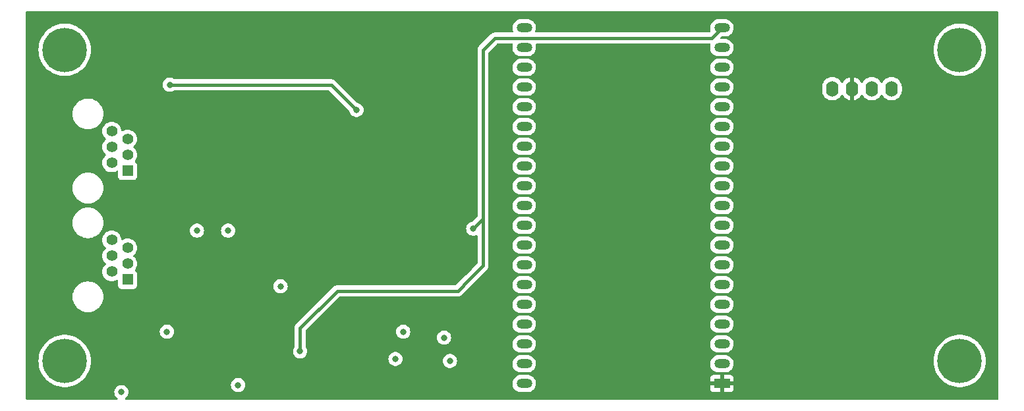
<source format=gbr>
G04 #@! TF.GenerationSoftware,KiCad,Pcbnew,7.0.5.1-1-g8f565ef7f0-dirty-deb11*
G04 #@! TF.CreationDate,2023-08-14T13:53:04+00:00*
G04 #@! TF.ProjectId,LocoBuffer,4c6f636f-4275-4666-9665-722e6b696361,0.0.1*
G04 #@! TF.SameCoordinates,Original*
G04 #@! TF.FileFunction,Copper,L3,Inr*
G04 #@! TF.FilePolarity,Positive*
%FSLAX46Y46*%
G04 Gerber Fmt 4.6, Leading zero omitted, Abs format (unit mm)*
G04 Created by KiCad (PCBNEW 7.0.5.1-1-g8f565ef7f0-dirty-deb11) date 2023-08-14 13:53:04*
%MOMM*%
%LPD*%
G01*
G04 APERTURE LIST*
G04 #@! TA.AperFunction,ComponentPad*
%ADD10R,1.398000X1.398000*%
G04 #@! TD*
G04 #@! TA.AperFunction,ComponentPad*
%ADD11C,1.398000*%
G04 #@! TD*
G04 #@! TA.AperFunction,ComponentPad*
%ADD12C,5.700000*%
G04 #@! TD*
G04 #@! TA.AperFunction,ComponentPad*
%ADD13R,2.000000X1.200000*%
G04 #@! TD*
G04 #@! TA.AperFunction,ComponentPad*
%ADD14O,2.000000X1.200000*%
G04 #@! TD*
G04 #@! TA.AperFunction,ComponentPad*
%ADD15O,1.600000X2.000000*%
G04 #@! TD*
G04 #@! TA.AperFunction,ViaPad*
%ADD16C,0.800000*%
G04 #@! TD*
G04 #@! TA.AperFunction,Conductor*
%ADD17C,0.400000*%
G04 #@! TD*
G04 APERTURE END LIST*
D10*
X43080000Y-90540000D03*
D11*
X41050000Y-89524000D03*
X43080000Y-88508000D03*
X41048000Y-87492000D03*
X43080000Y-86476000D03*
X41050000Y-85460000D03*
D10*
X43080000Y-104540000D03*
D11*
X41050000Y-103524000D03*
X43080000Y-102508000D03*
X41048000Y-101492000D03*
X43080000Y-100476000D03*
X41050000Y-99460000D03*
D12*
X35000000Y-75000000D03*
X35000000Y-115000000D03*
X150000000Y-115000000D03*
X150000000Y-75000000D03*
D13*
X119450000Y-117903440D03*
D14*
X119450000Y-115363440D03*
X119450000Y-112823440D03*
X119450000Y-110283440D03*
X119450000Y-107743440D03*
X119450000Y-105203440D03*
X119450000Y-102663440D03*
X119450000Y-100123440D03*
X119450000Y-97583440D03*
X119450000Y-95043440D03*
X119450000Y-92503440D03*
X119450000Y-89963440D03*
X119450000Y-87423440D03*
X119450000Y-84883440D03*
X119450000Y-82343440D03*
X119450000Y-79803440D03*
X119450000Y-77263440D03*
X119450000Y-74723440D03*
X119450000Y-72183440D03*
X94053680Y-72186160D03*
X94053680Y-74726160D03*
X94050000Y-77263440D03*
X94050000Y-79803440D03*
X94050000Y-82343440D03*
X94050000Y-84883440D03*
X94050000Y-87423440D03*
X94050000Y-89963440D03*
X94050000Y-92503440D03*
X94050000Y-95043440D03*
X94050000Y-97583440D03*
X94050000Y-100123440D03*
X94050000Y-102663440D03*
X94050000Y-105203440D03*
X94050000Y-107743440D03*
X94050000Y-110283440D03*
X94050000Y-112823440D03*
X94050000Y-115363440D03*
X94050000Y-117903440D03*
D15*
X133630000Y-80000000D03*
X136170000Y-80000000D03*
X138710000Y-80000000D03*
X141250000Y-80000000D03*
D16*
X77500000Y-114750000D03*
X78500000Y-111250000D03*
X83750000Y-112000000D03*
X84500000Y-115000000D03*
X65250000Y-113750000D03*
X87500000Y-98000000D03*
X41033706Y-109117500D03*
X50800000Y-110109000D03*
X131600000Y-113400000D03*
X57762000Y-103675000D03*
X41529000Y-79629000D03*
X62865000Y-106807000D03*
X143350000Y-113350000D03*
X42291000Y-118999000D03*
X62738000Y-105410000D03*
X57277000Y-118110000D03*
X48133000Y-111252000D03*
X72500000Y-82750000D03*
X48500000Y-79500000D03*
X56000000Y-98250000D03*
X52000000Y-98250000D03*
D17*
X85500000Y-106000000D02*
X70000000Y-106000000D01*
X88750000Y-96750000D02*
X87500000Y-98000000D01*
X88750000Y-96750000D02*
X88750000Y-102750000D01*
X118133440Y-73500000D02*
X90250000Y-73500000D01*
X119450000Y-72183440D02*
X118133440Y-73500000D01*
X90250000Y-73500000D02*
X88750000Y-75000000D01*
X88750000Y-102750000D02*
X87000000Y-104500000D01*
X87000000Y-104500000D02*
X85500000Y-106000000D01*
X88750000Y-75000000D02*
X88750000Y-96750000D01*
X70000000Y-106000000D02*
X65250000Y-110750000D01*
X65250000Y-110750000D02*
X65250000Y-113750000D01*
X69250000Y-79500000D02*
X72500000Y-82750000D01*
X48500000Y-79500000D02*
X69250000Y-79500000D01*
G04 #@! TA.AperFunction,Conductor*
G36*
X154916621Y-70045502D02*
G01*
X154963114Y-70099158D01*
X154974500Y-70151500D01*
X154974500Y-119848500D01*
X154954498Y-119916621D01*
X154900842Y-119963114D01*
X154848500Y-119974500D01*
X42881760Y-119974500D01*
X42813639Y-119954498D01*
X42767146Y-119900842D01*
X42757042Y-119830568D01*
X42786536Y-119765988D01*
X42807699Y-119746564D01*
X42834880Y-119726815D01*
X42902253Y-119677866D01*
X43030040Y-119535944D01*
X43125527Y-119370556D01*
X43184542Y-119188928D01*
X43204504Y-118999000D01*
X43184542Y-118809072D01*
X43125527Y-118627444D01*
X43030040Y-118462056D01*
X43030038Y-118462054D01*
X43030034Y-118462048D01*
X42902255Y-118320135D01*
X42747752Y-118207882D01*
X42573288Y-118130206D01*
X42478227Y-118110000D01*
X56363496Y-118110000D01*
X56383457Y-118299927D01*
X56402489Y-118358499D01*
X56442473Y-118481556D01*
X56442476Y-118481561D01*
X56537958Y-118646941D01*
X56537965Y-118646951D01*
X56665744Y-118788864D01*
X56665747Y-118788866D01*
X56820248Y-118901118D01*
X56994712Y-118978794D01*
X57181513Y-119018500D01*
X57372487Y-119018500D01*
X57559288Y-118978794D01*
X57733752Y-118901118D01*
X57888253Y-118788866D01*
X57923785Y-118749404D01*
X58016034Y-118646951D01*
X58016035Y-118646949D01*
X58016040Y-118646944D01*
X58111527Y-118481556D01*
X58170542Y-118299928D01*
X58190504Y-118110000D01*
X58170542Y-117920072D01*
X58147922Y-117850454D01*
X92537718Y-117850454D01*
X92547790Y-118061903D01*
X92547792Y-118061916D01*
X92597700Y-118267638D01*
X92597702Y-118267644D01*
X92685644Y-118460211D01*
X92685648Y-118460218D01*
X92808435Y-118632648D01*
X92808439Y-118632653D01*
X92808441Y-118632655D01*
X92961654Y-118778743D01*
X93139746Y-118893196D01*
X93336279Y-118971876D01*
X93544151Y-119011940D01*
X93544155Y-119011940D01*
X94502801Y-119011940D01*
X94502803Y-119011940D01*
X94660739Y-118996859D01*
X94863862Y-118937217D01*
X95052026Y-118840211D01*
X95218432Y-118709348D01*
X95354744Y-118552037D01*
X117942000Y-118552037D01*
X117948505Y-118612533D01*
X117999555Y-118749404D01*
X117999555Y-118749405D01*
X118087095Y-118866344D01*
X118204034Y-118953884D01*
X118340906Y-119004934D01*
X118401402Y-119011439D01*
X118401415Y-119011440D01*
X119196000Y-119011440D01*
X119196000Y-118215126D01*
X119211955Y-118231081D01*
X119324852Y-118288605D01*
X119418519Y-118303440D01*
X119481481Y-118303440D01*
X119575148Y-118288605D01*
X119688045Y-118231081D01*
X119704000Y-118215126D01*
X119704000Y-119011440D01*
X120498585Y-119011440D01*
X120498597Y-119011439D01*
X120559093Y-119004934D01*
X120695964Y-118953884D01*
X120695965Y-118953884D01*
X120812904Y-118866344D01*
X120900444Y-118749405D01*
X120900444Y-118749404D01*
X120951494Y-118612533D01*
X120957999Y-118552037D01*
X120958000Y-118552025D01*
X120958000Y-118157440D01*
X119761686Y-118157440D01*
X119777641Y-118141485D01*
X119835165Y-118028588D01*
X119854986Y-117903440D01*
X119835165Y-117778292D01*
X119777641Y-117665395D01*
X119761686Y-117649440D01*
X120958000Y-117649440D01*
X120958000Y-117254854D01*
X120957999Y-117254842D01*
X120951494Y-117194346D01*
X120900444Y-117057475D01*
X120900444Y-117057474D01*
X120812904Y-116940535D01*
X120695965Y-116852995D01*
X120559093Y-116801945D01*
X120498597Y-116795440D01*
X119704000Y-116795440D01*
X119704000Y-117591754D01*
X119688045Y-117575799D01*
X119575148Y-117518275D01*
X119481481Y-117503440D01*
X119418519Y-117503440D01*
X119324852Y-117518275D01*
X119211955Y-117575799D01*
X119196000Y-117591753D01*
X119196000Y-116795440D01*
X118401402Y-116795440D01*
X118340906Y-116801945D01*
X118204035Y-116852995D01*
X118204034Y-116852995D01*
X118087095Y-116940535D01*
X117999555Y-117057474D01*
X117999555Y-117057475D01*
X117948505Y-117194346D01*
X117942000Y-117254842D01*
X117942000Y-117649440D01*
X119138314Y-117649440D01*
X119122359Y-117665395D01*
X119064835Y-117778292D01*
X119045014Y-117903440D01*
X119064835Y-118028588D01*
X119122359Y-118141485D01*
X119138314Y-118157440D01*
X117942000Y-118157440D01*
X117942000Y-118552037D01*
X95354744Y-118552037D01*
X95357065Y-118549358D01*
X95462913Y-118366022D01*
X95532153Y-118165967D01*
X95560094Y-117971634D01*
X95562281Y-117956425D01*
X95552209Y-117744976D01*
X95552208Y-117744971D01*
X95552208Y-117744966D01*
X95502298Y-117539236D01*
X95414356Y-117346669D01*
X95414353Y-117346665D01*
X95414351Y-117346661D01*
X95291564Y-117174231D01*
X95291555Y-117174221D01*
X95264321Y-117148254D01*
X95138346Y-117028137D01*
X94960254Y-116913684D01*
X94763721Y-116835004D01*
X94763720Y-116835003D01*
X94763718Y-116835003D01*
X94555853Y-116794940D01*
X94555849Y-116794940D01*
X93597197Y-116794940D01*
X93597195Y-116794940D01*
X93597177Y-116794941D01*
X93439271Y-116810019D01*
X93439256Y-116810022D01*
X93236135Y-116869663D01*
X93047976Y-116966667D01*
X92881564Y-117097534D01*
X92742938Y-117257517D01*
X92742930Y-117257528D01*
X92637089Y-117440852D01*
X92637086Y-117440859D01*
X92567848Y-117640909D01*
X92567845Y-117640920D01*
X92537718Y-117850454D01*
X58147922Y-117850454D01*
X58111527Y-117738444D01*
X58016040Y-117573056D01*
X58016038Y-117573054D01*
X58016034Y-117573048D01*
X57888255Y-117431135D01*
X57733752Y-117318882D01*
X57559288Y-117241206D01*
X57372487Y-117201500D01*
X57181513Y-117201500D01*
X56994711Y-117241206D01*
X56820247Y-117318882D01*
X56665744Y-117431135D01*
X56537965Y-117573048D01*
X56537958Y-117573058D01*
X56442476Y-117738438D01*
X56442473Y-117738444D01*
X56427999Y-117782986D01*
X56383457Y-117920072D01*
X56363496Y-118110000D01*
X42478227Y-118110000D01*
X42386487Y-118090500D01*
X42195513Y-118090500D01*
X42008711Y-118130206D01*
X41834247Y-118207882D01*
X41679744Y-118320135D01*
X41551965Y-118462048D01*
X41551958Y-118462058D01*
X41456476Y-118627438D01*
X41456473Y-118627445D01*
X41397457Y-118809072D01*
X41377496Y-118999000D01*
X41397457Y-119188927D01*
X41427526Y-119281470D01*
X41456473Y-119370556D01*
X41456476Y-119370561D01*
X41551958Y-119535941D01*
X41551965Y-119535951D01*
X41679744Y-119677864D01*
X41774301Y-119746564D01*
X41817655Y-119802786D01*
X41823730Y-119873523D01*
X41790598Y-119936314D01*
X41728778Y-119971226D01*
X41700240Y-119974500D01*
X30151500Y-119974500D01*
X30083379Y-119954498D01*
X30036886Y-119900842D01*
X30025500Y-119848500D01*
X30025500Y-115000002D01*
X31636567Y-115000002D01*
X31656284Y-115363651D01*
X31715200Y-115723034D01*
X31794696Y-116009351D01*
X31812632Y-116073949D01*
X31947431Y-116412269D01*
X32054626Y-116614462D01*
X32118015Y-116734026D01*
X32118017Y-116734030D01*
X32169541Y-116810022D01*
X32317425Y-117028135D01*
X32322393Y-117035461D01*
X32322392Y-117035461D01*
X32558162Y-117313030D01*
X32822545Y-117563468D01*
X32822560Y-117563481D01*
X33112485Y-117783876D01*
X33424540Y-117971634D01*
X33544228Y-118027007D01*
X33755053Y-118124546D01*
X33755065Y-118124551D01*
X34100186Y-118240836D01*
X34455857Y-118319125D01*
X34817907Y-118358500D01*
X34817915Y-118358500D01*
X35182085Y-118358500D01*
X35182093Y-118358500D01*
X35544143Y-118319125D01*
X35899814Y-118240836D01*
X36244935Y-118124551D01*
X36575460Y-117971634D01*
X36887515Y-117783876D01*
X37177440Y-117563481D01*
X37441837Y-117313031D01*
X37677606Y-117035463D01*
X37881982Y-116734031D01*
X38052569Y-116412269D01*
X38187368Y-116073949D01*
X38284798Y-115723039D01*
X38343716Y-115363651D01*
X38363433Y-115000000D01*
X38349878Y-114750000D01*
X76586496Y-114750000D01*
X76606457Y-114939927D01*
X76625977Y-115000002D01*
X76665473Y-115121556D01*
X76665476Y-115121561D01*
X76760958Y-115286941D01*
X76760965Y-115286951D01*
X76888744Y-115428864D01*
X76888747Y-115428866D01*
X77043248Y-115541118D01*
X77217712Y-115618794D01*
X77404513Y-115658500D01*
X77595487Y-115658500D01*
X77782288Y-115618794D01*
X77956752Y-115541118D01*
X78111253Y-115428866D01*
X78239040Y-115286944D01*
X78334527Y-115121556D01*
X78374023Y-115000000D01*
X83586496Y-115000000D01*
X83606457Y-115189927D01*
X83611343Y-115204963D01*
X83665473Y-115371556D01*
X83665476Y-115371561D01*
X83760958Y-115536941D01*
X83760965Y-115536951D01*
X83888744Y-115678864D01*
X83888747Y-115678866D01*
X84043248Y-115791118D01*
X84217712Y-115868794D01*
X84404513Y-115908500D01*
X84595487Y-115908500D01*
X84782288Y-115868794D01*
X84956752Y-115791118D01*
X85111253Y-115678866D01*
X85158881Y-115625970D01*
X85239034Y-115536951D01*
X85239035Y-115536949D01*
X85239040Y-115536944D01*
X85334527Y-115371556D01*
X85354380Y-115310454D01*
X92537718Y-115310454D01*
X92547790Y-115521903D01*
X92547792Y-115521916D01*
X92597700Y-115727638D01*
X92597702Y-115727644D01*
X92685644Y-115920211D01*
X92685648Y-115920218D01*
X92808435Y-116092648D01*
X92808439Y-116092653D01*
X92808441Y-116092655D01*
X92961654Y-116238743D01*
X93139746Y-116353196D01*
X93336279Y-116431876D01*
X93544151Y-116471940D01*
X93544155Y-116471940D01*
X94502801Y-116471940D01*
X94502803Y-116471940D01*
X94660739Y-116456859D01*
X94863862Y-116397217D01*
X95052026Y-116300211D01*
X95218432Y-116169348D01*
X95357065Y-116009358D01*
X95462913Y-115826022D01*
X95532153Y-115625967D01*
X95560492Y-115428866D01*
X95562281Y-115416425D01*
X95557233Y-115310454D01*
X117937718Y-115310454D01*
X117947790Y-115521903D01*
X117947792Y-115521916D01*
X117997700Y-115727638D01*
X117997702Y-115727644D01*
X118085644Y-115920211D01*
X118085648Y-115920218D01*
X118208435Y-116092648D01*
X118208439Y-116092653D01*
X118208441Y-116092655D01*
X118361654Y-116238743D01*
X118539746Y-116353196D01*
X118736279Y-116431876D01*
X118944151Y-116471940D01*
X118944155Y-116471940D01*
X119902801Y-116471940D01*
X119902803Y-116471940D01*
X120060739Y-116456859D01*
X120263862Y-116397217D01*
X120452026Y-116300211D01*
X120618432Y-116169348D01*
X120757065Y-116009358D01*
X120862913Y-115826022D01*
X120932153Y-115625967D01*
X120960492Y-115428866D01*
X120962281Y-115416425D01*
X120952209Y-115204976D01*
X120952208Y-115204971D01*
X120952208Y-115204966D01*
X120902484Y-115000002D01*
X146636567Y-115000002D01*
X146656284Y-115363651D01*
X146715200Y-115723034D01*
X146794696Y-116009351D01*
X146812632Y-116073949D01*
X146947431Y-116412269D01*
X147054626Y-116614462D01*
X147118015Y-116734026D01*
X147118017Y-116734030D01*
X147169541Y-116810022D01*
X147317425Y-117028135D01*
X147322393Y-117035461D01*
X147322392Y-117035461D01*
X147558162Y-117313030D01*
X147822545Y-117563468D01*
X147822560Y-117563481D01*
X148112485Y-117783876D01*
X148424540Y-117971634D01*
X148544228Y-118027007D01*
X148755053Y-118124546D01*
X148755065Y-118124551D01*
X149100186Y-118240836D01*
X149455857Y-118319125D01*
X149817907Y-118358500D01*
X149817915Y-118358500D01*
X150182085Y-118358500D01*
X150182093Y-118358500D01*
X150544143Y-118319125D01*
X150899814Y-118240836D01*
X151244935Y-118124551D01*
X151575460Y-117971634D01*
X151887515Y-117783876D01*
X152177440Y-117563481D01*
X152441837Y-117313031D01*
X152677606Y-117035463D01*
X152881982Y-116734031D01*
X153052569Y-116412269D01*
X153187368Y-116073949D01*
X153284798Y-115723039D01*
X153343716Y-115363651D01*
X153363433Y-115000000D01*
X153343716Y-114636349D01*
X153284798Y-114276961D01*
X153187368Y-113926051D01*
X153052569Y-113587731D01*
X152881982Y-113265969D01*
X152677606Y-112964537D01*
X152441837Y-112686969D01*
X152308769Y-112560920D01*
X152177454Y-112436531D01*
X152177439Y-112436518D01*
X151954006Y-112266669D01*
X151887515Y-112216124D01*
X151843975Y-112189927D01*
X151684911Y-112094221D01*
X151575460Y-112028366D01*
X151575454Y-112028363D01*
X151244946Y-111875453D01*
X151244934Y-111875448D01*
X150899823Y-111759167D01*
X150899822Y-111759166D01*
X150899814Y-111759164D01*
X150899809Y-111759162D01*
X150899806Y-111759162D01*
X150544159Y-111680878D01*
X150544146Y-111680875D01*
X150544143Y-111680875D01*
X150544140Y-111680874D01*
X150544131Y-111680873D01*
X150182100Y-111641500D01*
X150182093Y-111641500D01*
X149817907Y-111641500D01*
X149817899Y-111641500D01*
X149455868Y-111680873D01*
X149455840Y-111680878D01*
X149100193Y-111759162D01*
X149100176Y-111759167D01*
X148755065Y-111875448D01*
X148755053Y-111875453D01*
X148424545Y-112028363D01*
X148424538Y-112028367D01*
X148112487Y-112216122D01*
X147822560Y-112436518D01*
X147822545Y-112436531D01*
X147558162Y-112686969D01*
X147322393Y-112964538D01*
X147118017Y-113265969D01*
X147118015Y-113265973D01*
X146947430Y-113587733D01*
X146947426Y-113587742D01*
X146812632Y-113926050D01*
X146715200Y-114276965D01*
X146656284Y-114636348D01*
X146636567Y-114999997D01*
X146636567Y-115000002D01*
X120902484Y-115000002D01*
X120902298Y-114999236D01*
X120814356Y-114806669D01*
X120814353Y-114806665D01*
X120814351Y-114806661D01*
X120691564Y-114634231D01*
X120691555Y-114634221D01*
X120613789Y-114560072D01*
X120538346Y-114488137D01*
X120360254Y-114373684D01*
X120163721Y-114295004D01*
X120163720Y-114295003D01*
X120163718Y-114295003D01*
X119955853Y-114254940D01*
X119955849Y-114254940D01*
X118997197Y-114254940D01*
X118997195Y-114254940D01*
X118997177Y-114254941D01*
X118839271Y-114270019D01*
X118839256Y-114270022D01*
X118636135Y-114329663D01*
X118447976Y-114426667D01*
X118281564Y-114557534D01*
X118142938Y-114717517D01*
X118142930Y-114717528D01*
X118037089Y-114900852D01*
X118037086Y-114900859D01*
X117967848Y-115100909D01*
X117967845Y-115100920D01*
X117937718Y-115310454D01*
X95557233Y-115310454D01*
X95552209Y-115204976D01*
X95552208Y-115204971D01*
X95552208Y-115204966D01*
X95502298Y-114999236D01*
X95414356Y-114806669D01*
X95414353Y-114806665D01*
X95414351Y-114806661D01*
X95291564Y-114634231D01*
X95291555Y-114634221D01*
X95213789Y-114560072D01*
X95138346Y-114488137D01*
X94960254Y-114373684D01*
X94763721Y-114295004D01*
X94763720Y-114295003D01*
X94763718Y-114295003D01*
X94555853Y-114254940D01*
X94555849Y-114254940D01*
X93597197Y-114254940D01*
X93597195Y-114254940D01*
X93597177Y-114254941D01*
X93439271Y-114270019D01*
X93439256Y-114270022D01*
X93236135Y-114329663D01*
X93047976Y-114426667D01*
X92881564Y-114557534D01*
X92742938Y-114717517D01*
X92742930Y-114717528D01*
X92637089Y-114900852D01*
X92637086Y-114900859D01*
X92567848Y-115100909D01*
X92567845Y-115100920D01*
X92537718Y-115310454D01*
X85354380Y-115310454D01*
X85393542Y-115189928D01*
X85413504Y-115000000D01*
X85393542Y-114810072D01*
X85334527Y-114628444D01*
X85239040Y-114463056D01*
X85239038Y-114463054D01*
X85239034Y-114463048D01*
X85111255Y-114321135D01*
X84956752Y-114208882D01*
X84782288Y-114131206D01*
X84595487Y-114091500D01*
X84404513Y-114091500D01*
X84217711Y-114131206D01*
X84043247Y-114208882D01*
X83888744Y-114321135D01*
X83760965Y-114463048D01*
X83760958Y-114463058D01*
X83671045Y-114618793D01*
X83665473Y-114628444D01*
X83655707Y-114658500D01*
X83606457Y-114810072D01*
X83586496Y-115000000D01*
X78374023Y-115000000D01*
X78393542Y-114939928D01*
X78413504Y-114750000D01*
X78393542Y-114560072D01*
X78334527Y-114378444D01*
X78239040Y-114213056D01*
X78239038Y-114213054D01*
X78239034Y-114213048D01*
X78111255Y-114071135D01*
X77956752Y-113958882D01*
X77782288Y-113881206D01*
X77595487Y-113841500D01*
X77404513Y-113841500D01*
X77217711Y-113881206D01*
X77043247Y-113958882D01*
X76888744Y-114071135D01*
X76760965Y-114213048D01*
X76760958Y-114213058D01*
X76665476Y-114378438D01*
X76665473Y-114378445D01*
X76606457Y-114560072D01*
X76586496Y-114750000D01*
X38349878Y-114750000D01*
X38343716Y-114636349D01*
X38284798Y-114276961D01*
X38187368Y-113926051D01*
X38117222Y-113749999D01*
X64336496Y-113749999D01*
X64356457Y-113939927D01*
X64386526Y-114032470D01*
X64415473Y-114121556D01*
X64443841Y-114170691D01*
X64510958Y-114286941D01*
X64510965Y-114286951D01*
X64638744Y-114428864D01*
X64638747Y-114428866D01*
X64793248Y-114541118D01*
X64967712Y-114618794D01*
X65154513Y-114658500D01*
X65345487Y-114658500D01*
X65532288Y-114618794D01*
X65706752Y-114541118D01*
X65861253Y-114428866D01*
X65950576Y-114329663D01*
X65989034Y-114286951D01*
X65989035Y-114286949D01*
X65989040Y-114286944D01*
X66084527Y-114121556D01*
X66143542Y-113939928D01*
X66163504Y-113750000D01*
X66143542Y-113560072D01*
X66084527Y-113378444D01*
X65989040Y-113213056D01*
X65989039Y-113213054D01*
X65985158Y-113207713D01*
X65986767Y-113206543D01*
X65960146Y-113151078D01*
X65958500Y-113130782D01*
X65958500Y-111250000D01*
X77586496Y-111250000D01*
X77606457Y-111439927D01*
X77613973Y-111463058D01*
X77665473Y-111621556D01*
X77665476Y-111621561D01*
X77760958Y-111786941D01*
X77760965Y-111786951D01*
X77888744Y-111928864D01*
X77888747Y-111928866D01*
X78043248Y-112041118D01*
X78217712Y-112118794D01*
X78404513Y-112158500D01*
X78595487Y-112158500D01*
X78782288Y-112118794D01*
X78956752Y-112041118D01*
X79013346Y-112000000D01*
X82836496Y-112000000D01*
X82856457Y-112189927D01*
X82881393Y-112266669D01*
X82915473Y-112371556D01*
X82915476Y-112371561D01*
X83010958Y-112536941D01*
X83010965Y-112536951D01*
X83138744Y-112678864D01*
X83138747Y-112678866D01*
X83293248Y-112791118D01*
X83467712Y-112868794D01*
X83654513Y-112908500D01*
X83845487Y-112908500D01*
X84032288Y-112868794D01*
X84206752Y-112791118D01*
X84235193Y-112770454D01*
X92537718Y-112770454D01*
X92547790Y-112981903D01*
X92547792Y-112981916D01*
X92597700Y-113187638D01*
X92597702Y-113187644D01*
X92685644Y-113380211D01*
X92685648Y-113380218D01*
X92808435Y-113552648D01*
X92808439Y-113552653D01*
X92808441Y-113552655D01*
X92961654Y-113698743D01*
X93139746Y-113813196D01*
X93336279Y-113891876D01*
X93544151Y-113931940D01*
X93544155Y-113931940D01*
X94502801Y-113931940D01*
X94502803Y-113931940D01*
X94660739Y-113916859D01*
X94863862Y-113857217D01*
X95052026Y-113760211D01*
X95218432Y-113629348D01*
X95357065Y-113469358D01*
X95462913Y-113286022D01*
X95532153Y-113085967D01*
X95562281Y-112876424D01*
X95561441Y-112858793D01*
X95557233Y-112770454D01*
X117937718Y-112770454D01*
X117947790Y-112981903D01*
X117947792Y-112981916D01*
X117997700Y-113187638D01*
X117997702Y-113187644D01*
X118085644Y-113380211D01*
X118085648Y-113380218D01*
X118208435Y-113552648D01*
X118208439Y-113552653D01*
X118208441Y-113552655D01*
X118361654Y-113698743D01*
X118539746Y-113813196D01*
X118736279Y-113891876D01*
X118944151Y-113931940D01*
X118944155Y-113931940D01*
X119902801Y-113931940D01*
X119902803Y-113931940D01*
X120060739Y-113916859D01*
X120263862Y-113857217D01*
X120452026Y-113760211D01*
X120618432Y-113629348D01*
X120757065Y-113469358D01*
X120862913Y-113286022D01*
X120932153Y-113085967D01*
X120962281Y-112876424D01*
X120961441Y-112858793D01*
X120952209Y-112664976D01*
X120952208Y-112664971D01*
X120952208Y-112664966D01*
X120902298Y-112459236D01*
X120814356Y-112266669D01*
X120814353Y-112266665D01*
X120814351Y-112266661D01*
X120691564Y-112094231D01*
X120691555Y-112094221D01*
X120622488Y-112028366D01*
X120538346Y-111948137D01*
X120425241Y-111875449D01*
X120360254Y-111833684D01*
X120248491Y-111788941D01*
X120163721Y-111755004D01*
X120163720Y-111755003D01*
X120163718Y-111755003D01*
X119955853Y-111714940D01*
X119955849Y-111714940D01*
X118997197Y-111714940D01*
X118997195Y-111714940D01*
X118997177Y-111714941D01*
X118839271Y-111730019D01*
X118839256Y-111730022D01*
X118636135Y-111789663D01*
X118447976Y-111886667D01*
X118281564Y-112017534D01*
X118142938Y-112177517D01*
X118142930Y-112177528D01*
X118037089Y-112360852D01*
X118037086Y-112360859D01*
X117967848Y-112560909D01*
X117967845Y-112560920D01*
X117937718Y-112770454D01*
X95557233Y-112770454D01*
X95552209Y-112664976D01*
X95552208Y-112664971D01*
X95552208Y-112664966D01*
X95502298Y-112459236D01*
X95414356Y-112266669D01*
X95414353Y-112266665D01*
X95414351Y-112266661D01*
X95291564Y-112094231D01*
X95291555Y-112094221D01*
X95222488Y-112028366D01*
X95138346Y-111948137D01*
X95025241Y-111875449D01*
X94960254Y-111833684D01*
X94848491Y-111788941D01*
X94763721Y-111755004D01*
X94763720Y-111755003D01*
X94763718Y-111755003D01*
X94555853Y-111714940D01*
X94555849Y-111714940D01*
X93597197Y-111714940D01*
X93597195Y-111714940D01*
X93597177Y-111714941D01*
X93439271Y-111730019D01*
X93439256Y-111730022D01*
X93236135Y-111789663D01*
X93047976Y-111886667D01*
X92881564Y-112017534D01*
X92742938Y-112177517D01*
X92742930Y-112177528D01*
X92637089Y-112360852D01*
X92637086Y-112360859D01*
X92567848Y-112560909D01*
X92567845Y-112560920D01*
X92537718Y-112770454D01*
X84235193Y-112770454D01*
X84361253Y-112678866D01*
X84373769Y-112664966D01*
X84489034Y-112536951D01*
X84489035Y-112536949D01*
X84489040Y-112536944D01*
X84584527Y-112371556D01*
X84643542Y-112189928D01*
X84663504Y-112000000D01*
X84643542Y-111810072D01*
X84584527Y-111628444D01*
X84489040Y-111463056D01*
X84489038Y-111463054D01*
X84489034Y-111463048D01*
X84361255Y-111321135D01*
X84206752Y-111208882D01*
X84032288Y-111131206D01*
X83845487Y-111091500D01*
X83654513Y-111091500D01*
X83467711Y-111131206D01*
X83293247Y-111208882D01*
X83138744Y-111321135D01*
X83010965Y-111463048D01*
X83010958Y-111463058D01*
X82915476Y-111628438D01*
X82915473Y-111628445D01*
X82856457Y-111810072D01*
X82836496Y-112000000D01*
X79013346Y-112000000D01*
X79111253Y-111928866D01*
X79111255Y-111928864D01*
X79239034Y-111786951D01*
X79239035Y-111786949D01*
X79239040Y-111786944D01*
X79334527Y-111621556D01*
X79393542Y-111439928D01*
X79413504Y-111250000D01*
X79393542Y-111060072D01*
X79334527Y-110878444D01*
X79239040Y-110713056D01*
X79239038Y-110713054D01*
X79239034Y-110713048D01*
X79111255Y-110571135D01*
X78956752Y-110458882D01*
X78782288Y-110381206D01*
X78595487Y-110341500D01*
X78404513Y-110341500D01*
X78217711Y-110381206D01*
X78043247Y-110458882D01*
X77888744Y-110571135D01*
X77760965Y-110713048D01*
X77760958Y-110713058D01*
X77665476Y-110878438D01*
X77665473Y-110878445D01*
X77606457Y-111060072D01*
X77586496Y-111250000D01*
X65958500Y-111250000D01*
X65958500Y-111095660D01*
X65978502Y-111027539D01*
X65995405Y-111006565D01*
X66771516Y-110230454D01*
X92537718Y-110230454D01*
X92547790Y-110441903D01*
X92547792Y-110441916D01*
X92597700Y-110647638D01*
X92597702Y-110647644D01*
X92685644Y-110840211D01*
X92685648Y-110840218D01*
X92808435Y-111012648D01*
X92808439Y-111012653D01*
X92808441Y-111012655D01*
X92961654Y-111158743D01*
X93139746Y-111273196D01*
X93336279Y-111351876D01*
X93544151Y-111391940D01*
X93544155Y-111391940D01*
X94502801Y-111391940D01*
X94502803Y-111391940D01*
X94660739Y-111376859D01*
X94863862Y-111317217D01*
X95052026Y-111220211D01*
X95218432Y-111089348D01*
X95357065Y-110929358D01*
X95462913Y-110746022D01*
X95532153Y-110545967D01*
X95562281Y-110336424D01*
X95557396Y-110233872D01*
X95557233Y-110230454D01*
X117937718Y-110230454D01*
X117947790Y-110441903D01*
X117947792Y-110441916D01*
X117997700Y-110647638D01*
X117997702Y-110647644D01*
X118085644Y-110840211D01*
X118085648Y-110840218D01*
X118208435Y-111012648D01*
X118208439Y-111012653D01*
X118208441Y-111012655D01*
X118361654Y-111158743D01*
X118539746Y-111273196D01*
X118736279Y-111351876D01*
X118944151Y-111391940D01*
X118944155Y-111391940D01*
X119902801Y-111391940D01*
X119902803Y-111391940D01*
X120060739Y-111376859D01*
X120263862Y-111317217D01*
X120452026Y-111220211D01*
X120618432Y-111089348D01*
X120757065Y-110929358D01*
X120862913Y-110746022D01*
X120932153Y-110545967D01*
X120962281Y-110336424D01*
X120957396Y-110233872D01*
X120952209Y-110124976D01*
X120952208Y-110124971D01*
X120952208Y-110124966D01*
X120902298Y-109919236D01*
X120814356Y-109726669D01*
X120814353Y-109726665D01*
X120814351Y-109726661D01*
X120691564Y-109554231D01*
X120691555Y-109554221D01*
X120664321Y-109528254D01*
X120538346Y-109408137D01*
X120360254Y-109293684D01*
X120163721Y-109215004D01*
X120163720Y-109215003D01*
X120163718Y-109215003D01*
X119955853Y-109174940D01*
X119955849Y-109174940D01*
X118997197Y-109174940D01*
X118997195Y-109174940D01*
X118997177Y-109174941D01*
X118839271Y-109190019D01*
X118839256Y-109190022D01*
X118636135Y-109249663D01*
X118447976Y-109346667D01*
X118281564Y-109477534D01*
X118142938Y-109637517D01*
X118142930Y-109637528D01*
X118037089Y-109820852D01*
X118037086Y-109820859D01*
X117967848Y-110020909D01*
X117967845Y-110020920D01*
X117937718Y-110230454D01*
X95557233Y-110230454D01*
X95552209Y-110124976D01*
X95552208Y-110124971D01*
X95552208Y-110124966D01*
X95502298Y-109919236D01*
X95414356Y-109726669D01*
X95414353Y-109726665D01*
X95414351Y-109726661D01*
X95291564Y-109554231D01*
X95291555Y-109554221D01*
X95264321Y-109528254D01*
X95138346Y-109408137D01*
X94960254Y-109293684D01*
X94763721Y-109215004D01*
X94763720Y-109215003D01*
X94763718Y-109215003D01*
X94555853Y-109174940D01*
X94555849Y-109174940D01*
X93597197Y-109174940D01*
X93597195Y-109174940D01*
X93597177Y-109174941D01*
X93439271Y-109190019D01*
X93439256Y-109190022D01*
X93236135Y-109249663D01*
X93047976Y-109346667D01*
X92881564Y-109477534D01*
X92742938Y-109637517D01*
X92742930Y-109637528D01*
X92637089Y-109820852D01*
X92637086Y-109820859D01*
X92567848Y-110020909D01*
X92567845Y-110020920D01*
X92537718Y-110230454D01*
X66771516Y-110230454D01*
X69311517Y-107690454D01*
X92537718Y-107690454D01*
X92547790Y-107901903D01*
X92547792Y-107901916D01*
X92597700Y-108107638D01*
X92597702Y-108107644D01*
X92685644Y-108300211D01*
X92685648Y-108300218D01*
X92808435Y-108472648D01*
X92808439Y-108472653D01*
X92808441Y-108472655D01*
X92961654Y-108618743D01*
X93139746Y-108733196D01*
X93336279Y-108811876D01*
X93544151Y-108851940D01*
X93544155Y-108851940D01*
X94502801Y-108851940D01*
X94502803Y-108851940D01*
X94660739Y-108836859D01*
X94863862Y-108777217D01*
X95052026Y-108680211D01*
X95218432Y-108549348D01*
X95357065Y-108389358D01*
X95462913Y-108206022D01*
X95532153Y-108005967D01*
X95562281Y-107796424D01*
X95557233Y-107690454D01*
X117937718Y-107690454D01*
X117947790Y-107901903D01*
X117947792Y-107901916D01*
X117997700Y-108107638D01*
X117997702Y-108107644D01*
X118085644Y-108300211D01*
X118085648Y-108300218D01*
X118208435Y-108472648D01*
X118208439Y-108472653D01*
X118208441Y-108472655D01*
X118361654Y-108618743D01*
X118539746Y-108733196D01*
X118736279Y-108811876D01*
X118944151Y-108851940D01*
X118944155Y-108851940D01*
X119902801Y-108851940D01*
X119902803Y-108851940D01*
X120060739Y-108836859D01*
X120263862Y-108777217D01*
X120452026Y-108680211D01*
X120618432Y-108549348D01*
X120757065Y-108389358D01*
X120862913Y-108206022D01*
X120932153Y-108005967D01*
X120962281Y-107796424D01*
X120952222Y-107585252D01*
X120952209Y-107584976D01*
X120952208Y-107584971D01*
X120952208Y-107584966D01*
X120902298Y-107379236D01*
X120814356Y-107186669D01*
X120814353Y-107186665D01*
X120814351Y-107186661D01*
X120691564Y-107014231D01*
X120691555Y-107014221D01*
X120664321Y-106988254D01*
X120538346Y-106868137D01*
X120360254Y-106753684D01*
X120163721Y-106675004D01*
X120163720Y-106675003D01*
X120163718Y-106675003D01*
X119955853Y-106634940D01*
X119955849Y-106634940D01*
X118997197Y-106634940D01*
X118997195Y-106634940D01*
X118997177Y-106634941D01*
X118839271Y-106650019D01*
X118839256Y-106650022D01*
X118636135Y-106709663D01*
X118447976Y-106806667D01*
X118281564Y-106937534D01*
X118142938Y-107097517D01*
X118142930Y-107097528D01*
X118037089Y-107280852D01*
X118037086Y-107280859D01*
X117967848Y-107480909D01*
X117967845Y-107480920D01*
X117937718Y-107690454D01*
X95557233Y-107690454D01*
X95552222Y-107585252D01*
X95552209Y-107584976D01*
X95552208Y-107584971D01*
X95552208Y-107584966D01*
X95502298Y-107379236D01*
X95414356Y-107186669D01*
X95414353Y-107186665D01*
X95414351Y-107186661D01*
X95291564Y-107014231D01*
X95291555Y-107014221D01*
X95264321Y-106988254D01*
X95138346Y-106868137D01*
X94960254Y-106753684D01*
X94763721Y-106675004D01*
X94763720Y-106675003D01*
X94763718Y-106675003D01*
X94555853Y-106634940D01*
X94555849Y-106634940D01*
X93597197Y-106634940D01*
X93597195Y-106634940D01*
X93597177Y-106634941D01*
X93439271Y-106650019D01*
X93439256Y-106650022D01*
X93236135Y-106709663D01*
X93047976Y-106806667D01*
X92881564Y-106937534D01*
X92742938Y-107097517D01*
X92742930Y-107097528D01*
X92637089Y-107280852D01*
X92637086Y-107280859D01*
X92567848Y-107480909D01*
X92567845Y-107480920D01*
X92537718Y-107690454D01*
X69311517Y-107690454D01*
X70256566Y-106745405D01*
X70318878Y-106711379D01*
X70345661Y-106708500D01*
X85476685Y-106708500D01*
X85480488Y-106708614D01*
X85543093Y-106712402D01*
X85604812Y-106701091D01*
X85608525Y-106700526D01*
X85670801Y-106692965D01*
X85680330Y-106689350D01*
X85702304Y-106683226D01*
X85712329Y-106681389D01*
X85769552Y-106655634D01*
X85773009Y-106654202D01*
X85831675Y-106631954D01*
X85840066Y-106626161D01*
X85859922Y-106614961D01*
X85869226Y-106610775D01*
X85918636Y-106572063D01*
X85921621Y-106569867D01*
X85973273Y-106534215D01*
X86014887Y-106487240D01*
X86017456Y-106484512D01*
X87351517Y-105150454D01*
X92537718Y-105150454D01*
X92547790Y-105361903D01*
X92547792Y-105361916D01*
X92597700Y-105567638D01*
X92597702Y-105567644D01*
X92685644Y-105760211D01*
X92685648Y-105760218D01*
X92808435Y-105932648D01*
X92808439Y-105932653D01*
X92808441Y-105932655D01*
X92961654Y-106078743D01*
X93139746Y-106193196D01*
X93336279Y-106271876D01*
X93544151Y-106311940D01*
X93544155Y-106311940D01*
X94502801Y-106311940D01*
X94502803Y-106311940D01*
X94660739Y-106296859D01*
X94863862Y-106237217D01*
X95052026Y-106140211D01*
X95218432Y-106009348D01*
X95357065Y-105849358D01*
X95462913Y-105666022D01*
X95532153Y-105465967D01*
X95557652Y-105288620D01*
X95562281Y-105256425D01*
X95557233Y-105150454D01*
X117937718Y-105150454D01*
X117947790Y-105361903D01*
X117947792Y-105361916D01*
X117997700Y-105567638D01*
X117997702Y-105567644D01*
X118085644Y-105760211D01*
X118085648Y-105760218D01*
X118208435Y-105932648D01*
X118208439Y-105932653D01*
X118208441Y-105932655D01*
X118361654Y-106078743D01*
X118539746Y-106193196D01*
X118736279Y-106271876D01*
X118944151Y-106311940D01*
X118944155Y-106311940D01*
X119902801Y-106311940D01*
X119902803Y-106311940D01*
X120060739Y-106296859D01*
X120263862Y-106237217D01*
X120452026Y-106140211D01*
X120618432Y-106009348D01*
X120757065Y-105849358D01*
X120862913Y-105666022D01*
X120932153Y-105465967D01*
X120957652Y-105288620D01*
X120962281Y-105256425D01*
X120952209Y-105044976D01*
X120952208Y-105044971D01*
X120952208Y-105044966D01*
X120902298Y-104839236D01*
X120814356Y-104646669D01*
X120814353Y-104646665D01*
X120814351Y-104646661D01*
X120691564Y-104474231D01*
X120691555Y-104474221D01*
X120623324Y-104409163D01*
X120538346Y-104328137D01*
X120360254Y-104213684D01*
X120163721Y-104135004D01*
X120163720Y-104135003D01*
X120163718Y-104135003D01*
X119955853Y-104094940D01*
X119955849Y-104094940D01*
X118997197Y-104094940D01*
X118997195Y-104094940D01*
X118997177Y-104094941D01*
X118839271Y-104110019D01*
X118839256Y-104110022D01*
X118636135Y-104169663D01*
X118447976Y-104266667D01*
X118281564Y-104397534D01*
X118142938Y-104557517D01*
X118142930Y-104557528D01*
X118037089Y-104740852D01*
X118037086Y-104740859D01*
X117967848Y-104940909D01*
X117967845Y-104940920D01*
X117937718Y-105150454D01*
X95557233Y-105150454D01*
X95552209Y-105044976D01*
X95552208Y-105044971D01*
X95552208Y-105044966D01*
X95502298Y-104839236D01*
X95414356Y-104646669D01*
X95414353Y-104646665D01*
X95414351Y-104646661D01*
X95291564Y-104474231D01*
X95291555Y-104474221D01*
X95223324Y-104409163D01*
X95138346Y-104328137D01*
X94960254Y-104213684D01*
X94763721Y-104135004D01*
X94763720Y-104135003D01*
X94763718Y-104135003D01*
X94555853Y-104094940D01*
X94555849Y-104094940D01*
X93597197Y-104094940D01*
X93597195Y-104094940D01*
X93597177Y-104094941D01*
X93439271Y-104110019D01*
X93439256Y-104110022D01*
X93236135Y-104169663D01*
X93047976Y-104266667D01*
X92881564Y-104397534D01*
X92742938Y-104557517D01*
X92742930Y-104557528D01*
X92637089Y-104740852D01*
X92637086Y-104740859D01*
X92567848Y-104940909D01*
X92567845Y-104940920D01*
X92537718Y-105150454D01*
X87351517Y-105150454D01*
X87531291Y-104970680D01*
X87531292Y-104970677D01*
X87536748Y-104965222D01*
X87536756Y-104965212D01*
X89234519Y-103267449D01*
X89237231Y-103264896D01*
X89284215Y-103223273D01*
X89319867Y-103171621D01*
X89322063Y-103168636D01*
X89360775Y-103119226D01*
X89364961Y-103109922D01*
X89376161Y-103090066D01*
X89381954Y-103081675D01*
X89404202Y-103023009D01*
X89405634Y-103019552D01*
X89431389Y-102962329D01*
X89433226Y-102952303D01*
X89439351Y-102930330D01*
X89442965Y-102920801D01*
X89450526Y-102858523D01*
X89451090Y-102854815D01*
X89462402Y-102793092D01*
X89458614Y-102730481D01*
X89458500Y-102726679D01*
X89458500Y-102610454D01*
X92537718Y-102610454D01*
X92547790Y-102821903D01*
X92547792Y-102821916D01*
X92597700Y-103027638D01*
X92597702Y-103027644D01*
X92685644Y-103220211D01*
X92685648Y-103220218D01*
X92808435Y-103392648D01*
X92808439Y-103392653D01*
X92808441Y-103392655D01*
X92961654Y-103538743D01*
X93139746Y-103653196D01*
X93336279Y-103731876D01*
X93544151Y-103771940D01*
X93544155Y-103771940D01*
X94502801Y-103771940D01*
X94502803Y-103771940D01*
X94660739Y-103756859D01*
X94863862Y-103697217D01*
X95052026Y-103600211D01*
X95218432Y-103469348D01*
X95357065Y-103309358D01*
X95462913Y-103126022D01*
X95532153Y-102925967D01*
X95562281Y-102716424D01*
X95557233Y-102610454D01*
X117937718Y-102610454D01*
X117947790Y-102821903D01*
X117947792Y-102821916D01*
X117997700Y-103027638D01*
X117997702Y-103027644D01*
X118085644Y-103220211D01*
X118085648Y-103220218D01*
X118208435Y-103392648D01*
X118208439Y-103392653D01*
X118208441Y-103392655D01*
X118361654Y-103538743D01*
X118539746Y-103653196D01*
X118736279Y-103731876D01*
X118944151Y-103771940D01*
X118944155Y-103771940D01*
X119902801Y-103771940D01*
X119902803Y-103771940D01*
X120060739Y-103756859D01*
X120263862Y-103697217D01*
X120452026Y-103600211D01*
X120618432Y-103469348D01*
X120757065Y-103309358D01*
X120862913Y-103126022D01*
X120932153Y-102925967D01*
X120962281Y-102716424D01*
X120957233Y-102610454D01*
X120952209Y-102504976D01*
X120952208Y-102504971D01*
X120952208Y-102504966D01*
X120902298Y-102299236D01*
X120814356Y-102106669D01*
X120814353Y-102106665D01*
X120814351Y-102106661D01*
X120691564Y-101934231D01*
X120691555Y-101934221D01*
X120657699Y-101901940D01*
X120538346Y-101788137D01*
X120360254Y-101673684D01*
X120163721Y-101595004D01*
X120163720Y-101595003D01*
X120163718Y-101595003D01*
X119955853Y-101554940D01*
X119955849Y-101554940D01*
X118997197Y-101554940D01*
X118997195Y-101554940D01*
X118997177Y-101554941D01*
X118839271Y-101570019D01*
X118839256Y-101570022D01*
X118636135Y-101629663D01*
X118447976Y-101726667D01*
X118281564Y-101857534D01*
X118142938Y-102017517D01*
X118142930Y-102017528D01*
X118037089Y-102200852D01*
X118037086Y-102200859D01*
X117967848Y-102400909D01*
X117967845Y-102400920D01*
X117937718Y-102610454D01*
X95557233Y-102610454D01*
X95552209Y-102504976D01*
X95552208Y-102504971D01*
X95552208Y-102504966D01*
X95502298Y-102299236D01*
X95414356Y-102106669D01*
X95414353Y-102106665D01*
X95414351Y-102106661D01*
X95291564Y-101934231D01*
X95291555Y-101934221D01*
X95257699Y-101901940D01*
X95138346Y-101788137D01*
X94960254Y-101673684D01*
X94763721Y-101595004D01*
X94763720Y-101595003D01*
X94763718Y-101595003D01*
X94555853Y-101554940D01*
X94555849Y-101554940D01*
X93597197Y-101554940D01*
X93597195Y-101554940D01*
X93597177Y-101554941D01*
X93439271Y-101570019D01*
X93439256Y-101570022D01*
X93236135Y-101629663D01*
X93047976Y-101726667D01*
X92881564Y-101857534D01*
X92742938Y-102017517D01*
X92742930Y-102017528D01*
X92637089Y-102200852D01*
X92637086Y-102200859D01*
X92567848Y-102400909D01*
X92567845Y-102400920D01*
X92537718Y-102610454D01*
X89458500Y-102610454D01*
X89458500Y-100070454D01*
X92537718Y-100070454D01*
X92547790Y-100281903D01*
X92547792Y-100281916D01*
X92597700Y-100487638D01*
X92597702Y-100487644D01*
X92685644Y-100680211D01*
X92685648Y-100680218D01*
X92808435Y-100852648D01*
X92808439Y-100852653D01*
X92808441Y-100852655D01*
X92961654Y-100998743D01*
X93139746Y-101113196D01*
X93336279Y-101191876D01*
X93544151Y-101231940D01*
X93544155Y-101231940D01*
X94502801Y-101231940D01*
X94502803Y-101231940D01*
X94660739Y-101216859D01*
X94863862Y-101157217D01*
X95052026Y-101060211D01*
X95218432Y-100929348D01*
X95252035Y-100890569D01*
X95284893Y-100852648D01*
X95357065Y-100769358D01*
X95462913Y-100586022D01*
X95532153Y-100385967D01*
X95562281Y-100176424D01*
X95557233Y-100070454D01*
X117937718Y-100070454D01*
X117947790Y-100281903D01*
X117947792Y-100281916D01*
X117997700Y-100487638D01*
X117997702Y-100487644D01*
X118085644Y-100680211D01*
X118085648Y-100680218D01*
X118208435Y-100852648D01*
X118208439Y-100852653D01*
X118208441Y-100852655D01*
X118361654Y-100998743D01*
X118539746Y-101113196D01*
X118736279Y-101191876D01*
X118944151Y-101231940D01*
X118944155Y-101231940D01*
X119902801Y-101231940D01*
X119902803Y-101231940D01*
X120060739Y-101216859D01*
X120263862Y-101157217D01*
X120452026Y-101060211D01*
X120618432Y-100929348D01*
X120652035Y-100890569D01*
X120684893Y-100852648D01*
X120757065Y-100769358D01*
X120862913Y-100586022D01*
X120932153Y-100385967D01*
X120962281Y-100176424D01*
X120957024Y-100066056D01*
X120952209Y-99964976D01*
X120952208Y-99964971D01*
X120952208Y-99964966D01*
X120902298Y-99759236D01*
X120814356Y-99566669D01*
X120814353Y-99566665D01*
X120814351Y-99566661D01*
X120691564Y-99394231D01*
X120691555Y-99394221D01*
X120631528Y-99336986D01*
X120538346Y-99248137D01*
X120360254Y-99133684D01*
X120163721Y-99055004D01*
X120163720Y-99055003D01*
X120163718Y-99055003D01*
X119955853Y-99014940D01*
X119955849Y-99014940D01*
X118997197Y-99014940D01*
X118997195Y-99014940D01*
X118997177Y-99014941D01*
X118839271Y-99030019D01*
X118839256Y-99030022D01*
X118636135Y-99089663D01*
X118447976Y-99186667D01*
X118281564Y-99317534D01*
X118142938Y-99477517D01*
X118142930Y-99477528D01*
X118037089Y-99660852D01*
X118037086Y-99660859D01*
X117967848Y-99860909D01*
X117967845Y-99860920D01*
X117937718Y-100070454D01*
X95557233Y-100070454D01*
X95557024Y-100066056D01*
X95552209Y-99964976D01*
X95552208Y-99964971D01*
X95552208Y-99964966D01*
X95502298Y-99759236D01*
X95414356Y-99566669D01*
X95414353Y-99566665D01*
X95414351Y-99566661D01*
X95291564Y-99394231D01*
X95291555Y-99394221D01*
X95231528Y-99336986D01*
X95138346Y-99248137D01*
X94960254Y-99133684D01*
X94763721Y-99055004D01*
X94763720Y-99055003D01*
X94763718Y-99055003D01*
X94555853Y-99014940D01*
X94555849Y-99014940D01*
X93597197Y-99014940D01*
X93597195Y-99014940D01*
X93597177Y-99014941D01*
X93439271Y-99030019D01*
X93439256Y-99030022D01*
X93236135Y-99089663D01*
X93047976Y-99186667D01*
X92881564Y-99317534D01*
X92742938Y-99477517D01*
X92742930Y-99477528D01*
X92637089Y-99660852D01*
X92637086Y-99660859D01*
X92567848Y-99860909D01*
X92567845Y-99860920D01*
X92537718Y-100070454D01*
X89458500Y-100070454D01*
X89458500Y-97530454D01*
X92537718Y-97530454D01*
X92547790Y-97741903D01*
X92547792Y-97741916D01*
X92597700Y-97947638D01*
X92597702Y-97947644D01*
X92685644Y-98140211D01*
X92685648Y-98140218D01*
X92808435Y-98312648D01*
X92808439Y-98312653D01*
X92808441Y-98312655D01*
X92961654Y-98458743D01*
X93139746Y-98573196D01*
X93336279Y-98651876D01*
X93544151Y-98691940D01*
X93544155Y-98691940D01*
X94502801Y-98691940D01*
X94502803Y-98691940D01*
X94660739Y-98676859D01*
X94863862Y-98617217D01*
X95052026Y-98520211D01*
X95218432Y-98389348D01*
X95357065Y-98229358D01*
X95462913Y-98046022D01*
X95532153Y-97845967D01*
X95562281Y-97636424D01*
X95557233Y-97530454D01*
X117937718Y-97530454D01*
X117947790Y-97741903D01*
X117947792Y-97741916D01*
X117997700Y-97947638D01*
X117997702Y-97947644D01*
X118085644Y-98140211D01*
X118085648Y-98140218D01*
X118208435Y-98312648D01*
X118208439Y-98312653D01*
X118208441Y-98312655D01*
X118361654Y-98458743D01*
X118539746Y-98573196D01*
X118736279Y-98651876D01*
X118944151Y-98691940D01*
X118944155Y-98691940D01*
X119902801Y-98691940D01*
X119902803Y-98691940D01*
X120060739Y-98676859D01*
X120263862Y-98617217D01*
X120452026Y-98520211D01*
X120618432Y-98389348D01*
X120757065Y-98229358D01*
X120862913Y-98046022D01*
X120932153Y-97845967D01*
X120962281Y-97636424D01*
X120954023Y-97463058D01*
X120952209Y-97424976D01*
X120952208Y-97424971D01*
X120952208Y-97424966D01*
X120902298Y-97219236D01*
X120814356Y-97026669D01*
X120814353Y-97026665D01*
X120814351Y-97026661D01*
X120691564Y-96854231D01*
X120691555Y-96854221D01*
X120649776Y-96814385D01*
X120538346Y-96708137D01*
X120360254Y-96593684D01*
X120163721Y-96515004D01*
X120163720Y-96515003D01*
X120163718Y-96515003D01*
X119955853Y-96474940D01*
X119955849Y-96474940D01*
X118997197Y-96474940D01*
X118997195Y-96474940D01*
X118997177Y-96474941D01*
X118839271Y-96490019D01*
X118839256Y-96490022D01*
X118636135Y-96549663D01*
X118447976Y-96646667D01*
X118281564Y-96777534D01*
X118142938Y-96937517D01*
X118142930Y-96937528D01*
X118037089Y-97120852D01*
X118037086Y-97120859D01*
X117967848Y-97320909D01*
X117967845Y-97320920D01*
X117937718Y-97530454D01*
X95557233Y-97530454D01*
X95554023Y-97463058D01*
X95552209Y-97424976D01*
X95552208Y-97424971D01*
X95552208Y-97424966D01*
X95502298Y-97219236D01*
X95414356Y-97026669D01*
X95414353Y-97026665D01*
X95414351Y-97026661D01*
X95291564Y-96854231D01*
X95291555Y-96854221D01*
X95249776Y-96814385D01*
X95138346Y-96708137D01*
X94960254Y-96593684D01*
X94763721Y-96515004D01*
X94763720Y-96515003D01*
X94763718Y-96515003D01*
X94555853Y-96474940D01*
X94555849Y-96474940D01*
X93597197Y-96474940D01*
X93597195Y-96474940D01*
X93597177Y-96474941D01*
X93439271Y-96490019D01*
X93439256Y-96490022D01*
X93236135Y-96549663D01*
X93047976Y-96646667D01*
X92881564Y-96777534D01*
X92742938Y-96937517D01*
X92742930Y-96937528D01*
X92637089Y-97120852D01*
X92637086Y-97120859D01*
X92567848Y-97320909D01*
X92567845Y-97320920D01*
X92537718Y-97530454D01*
X89458500Y-97530454D01*
X89458500Y-96825834D01*
X89460564Y-96803121D01*
X89462402Y-96793092D01*
X89458614Y-96730481D01*
X89458500Y-96726679D01*
X89458500Y-94990454D01*
X92537718Y-94990454D01*
X92547790Y-95201903D01*
X92547792Y-95201916D01*
X92597700Y-95407638D01*
X92597702Y-95407644D01*
X92685644Y-95600211D01*
X92685648Y-95600218D01*
X92808435Y-95772648D01*
X92808439Y-95772653D01*
X92808441Y-95772655D01*
X92961654Y-95918743D01*
X93139746Y-96033196D01*
X93336279Y-96111876D01*
X93544151Y-96151940D01*
X93544155Y-96151940D01*
X94502801Y-96151940D01*
X94502803Y-96151940D01*
X94660739Y-96136859D01*
X94863862Y-96077217D01*
X95052026Y-95980211D01*
X95218432Y-95849348D01*
X95357065Y-95689358D01*
X95462913Y-95506022D01*
X95532153Y-95305967D01*
X95562281Y-95096424D01*
X95557233Y-94990454D01*
X117937718Y-94990454D01*
X117947790Y-95201903D01*
X117947792Y-95201916D01*
X117997700Y-95407638D01*
X117997702Y-95407644D01*
X118085644Y-95600211D01*
X118085648Y-95600218D01*
X118208435Y-95772648D01*
X118208439Y-95772653D01*
X118208441Y-95772655D01*
X118361654Y-95918743D01*
X118539746Y-96033196D01*
X118736279Y-96111876D01*
X118944151Y-96151940D01*
X118944155Y-96151940D01*
X119902801Y-96151940D01*
X119902803Y-96151940D01*
X120060739Y-96136859D01*
X120263862Y-96077217D01*
X120452026Y-95980211D01*
X120618432Y-95849348D01*
X120757065Y-95689358D01*
X120862913Y-95506022D01*
X120932153Y-95305967D01*
X120962281Y-95096424D01*
X120957233Y-94990454D01*
X120952209Y-94884976D01*
X120952208Y-94884971D01*
X120952208Y-94884966D01*
X120902298Y-94679236D01*
X120814356Y-94486669D01*
X120814353Y-94486665D01*
X120814351Y-94486661D01*
X120691564Y-94314231D01*
X120691555Y-94314221D01*
X120633946Y-94259291D01*
X120538346Y-94168137D01*
X120360254Y-94053684D01*
X120163721Y-93975004D01*
X120163720Y-93975003D01*
X120163718Y-93975003D01*
X119955853Y-93934940D01*
X119955849Y-93934940D01*
X118997197Y-93934940D01*
X118997195Y-93934940D01*
X118997177Y-93934941D01*
X118839271Y-93950019D01*
X118839256Y-93950022D01*
X118636135Y-94009663D01*
X118447976Y-94106667D01*
X118281564Y-94237534D01*
X118142938Y-94397517D01*
X118142930Y-94397528D01*
X118037089Y-94580852D01*
X118037086Y-94580859D01*
X117967848Y-94780909D01*
X117967845Y-94780920D01*
X117937718Y-94990454D01*
X95557233Y-94990454D01*
X95552209Y-94884976D01*
X95552208Y-94884971D01*
X95552208Y-94884966D01*
X95502298Y-94679236D01*
X95414356Y-94486669D01*
X95414353Y-94486665D01*
X95414351Y-94486661D01*
X95291564Y-94314231D01*
X95291555Y-94314221D01*
X95233946Y-94259291D01*
X95138346Y-94168137D01*
X94960254Y-94053684D01*
X94763721Y-93975004D01*
X94763720Y-93975003D01*
X94763718Y-93975003D01*
X94555853Y-93934940D01*
X94555849Y-93934940D01*
X93597197Y-93934940D01*
X93597195Y-93934940D01*
X93597177Y-93934941D01*
X93439271Y-93950019D01*
X93439256Y-93950022D01*
X93236135Y-94009663D01*
X93047976Y-94106667D01*
X92881564Y-94237534D01*
X92742938Y-94397517D01*
X92742930Y-94397528D01*
X92637089Y-94580852D01*
X92637086Y-94580859D01*
X92567848Y-94780909D01*
X92567845Y-94780920D01*
X92537718Y-94990454D01*
X89458500Y-94990454D01*
X89458500Y-92450454D01*
X92537718Y-92450454D01*
X92547790Y-92661903D01*
X92547792Y-92661916D01*
X92597700Y-92867638D01*
X92597702Y-92867644D01*
X92685644Y-93060211D01*
X92685648Y-93060218D01*
X92808435Y-93232648D01*
X92808439Y-93232653D01*
X92808441Y-93232655D01*
X92961654Y-93378743D01*
X93139746Y-93493196D01*
X93336279Y-93571876D01*
X93544151Y-93611940D01*
X93544155Y-93611940D01*
X94502801Y-93611940D01*
X94502803Y-93611940D01*
X94660739Y-93596859D01*
X94863862Y-93537217D01*
X95052026Y-93440211D01*
X95218432Y-93309348D01*
X95357065Y-93149358D01*
X95462913Y-92966022D01*
X95532153Y-92765967D01*
X95562281Y-92556424D01*
X95557233Y-92450454D01*
X117937718Y-92450454D01*
X117947790Y-92661903D01*
X117947792Y-92661916D01*
X117997700Y-92867638D01*
X117997702Y-92867644D01*
X118085644Y-93060211D01*
X118085648Y-93060218D01*
X118208435Y-93232648D01*
X118208439Y-93232653D01*
X118208441Y-93232655D01*
X118361654Y-93378743D01*
X118539746Y-93493196D01*
X118736279Y-93571876D01*
X118944151Y-93611940D01*
X118944155Y-93611940D01*
X119902801Y-93611940D01*
X119902803Y-93611940D01*
X120060739Y-93596859D01*
X120263862Y-93537217D01*
X120452026Y-93440211D01*
X120618432Y-93309348D01*
X120757065Y-93149358D01*
X120862913Y-92966022D01*
X120932153Y-92765967D01*
X120962281Y-92556424D01*
X120957233Y-92450454D01*
X120952209Y-92344976D01*
X120952208Y-92344971D01*
X120952208Y-92344966D01*
X120902298Y-92139236D01*
X120814356Y-91946669D01*
X120814353Y-91946665D01*
X120814351Y-91946661D01*
X120691564Y-91774231D01*
X120691555Y-91774221D01*
X120656701Y-91740988D01*
X120538346Y-91628137D01*
X120360254Y-91513684D01*
X120163721Y-91435004D01*
X120163720Y-91435003D01*
X120163718Y-91435003D01*
X119955853Y-91394940D01*
X119955849Y-91394940D01*
X118997197Y-91394940D01*
X118997195Y-91394940D01*
X118997177Y-91394941D01*
X118839271Y-91410019D01*
X118839256Y-91410022D01*
X118636135Y-91469663D01*
X118447976Y-91566667D01*
X118281564Y-91697534D01*
X118142938Y-91857517D01*
X118142930Y-91857528D01*
X118037089Y-92040852D01*
X118037086Y-92040859D01*
X117967848Y-92240909D01*
X117967845Y-92240920D01*
X117937718Y-92450454D01*
X95557233Y-92450454D01*
X95552209Y-92344976D01*
X95552208Y-92344971D01*
X95552208Y-92344966D01*
X95502298Y-92139236D01*
X95414356Y-91946669D01*
X95414353Y-91946665D01*
X95414351Y-91946661D01*
X95291564Y-91774231D01*
X95291555Y-91774221D01*
X95256701Y-91740988D01*
X95138346Y-91628137D01*
X94960254Y-91513684D01*
X94763721Y-91435004D01*
X94763720Y-91435003D01*
X94763718Y-91435003D01*
X94555853Y-91394940D01*
X94555849Y-91394940D01*
X93597197Y-91394940D01*
X93597195Y-91394940D01*
X93597177Y-91394941D01*
X93439271Y-91410019D01*
X93439256Y-91410022D01*
X93236135Y-91469663D01*
X93047976Y-91566667D01*
X92881564Y-91697534D01*
X92742938Y-91857517D01*
X92742930Y-91857528D01*
X92637089Y-92040852D01*
X92637086Y-92040859D01*
X92567848Y-92240909D01*
X92567845Y-92240920D01*
X92537718Y-92450454D01*
X89458500Y-92450454D01*
X89458500Y-89910454D01*
X92537718Y-89910454D01*
X92547790Y-90121903D01*
X92547792Y-90121916D01*
X92597700Y-90327638D01*
X92597702Y-90327644D01*
X92685644Y-90520211D01*
X92685648Y-90520218D01*
X92808435Y-90692648D01*
X92808439Y-90692653D01*
X92808441Y-90692655D01*
X92961654Y-90838743D01*
X93139746Y-90953196D01*
X93336279Y-91031876D01*
X93544151Y-91071940D01*
X93544155Y-91071940D01*
X94502801Y-91071940D01*
X94502803Y-91071940D01*
X94660739Y-91056859D01*
X94863862Y-90997217D01*
X95052026Y-90900211D01*
X95218432Y-90769348D01*
X95247232Y-90736112D01*
X95310574Y-90663011D01*
X95357065Y-90609358D01*
X95462913Y-90426022D01*
X95532153Y-90225967D01*
X95562281Y-90016424D01*
X95557233Y-89910454D01*
X117937718Y-89910454D01*
X117947790Y-90121903D01*
X117947792Y-90121916D01*
X117997700Y-90327638D01*
X117997702Y-90327644D01*
X118085644Y-90520211D01*
X118085648Y-90520218D01*
X118208435Y-90692648D01*
X118208439Y-90692653D01*
X118208441Y-90692655D01*
X118361654Y-90838743D01*
X118539746Y-90953196D01*
X118736279Y-91031876D01*
X118944151Y-91071940D01*
X118944155Y-91071940D01*
X119902801Y-91071940D01*
X119902803Y-91071940D01*
X120060739Y-91056859D01*
X120263862Y-90997217D01*
X120452026Y-90900211D01*
X120618432Y-90769348D01*
X120647232Y-90736112D01*
X120710574Y-90663011D01*
X120757065Y-90609358D01*
X120862913Y-90426022D01*
X120932153Y-90225967D01*
X120962281Y-90016424D01*
X120957233Y-89910454D01*
X120952209Y-89804976D01*
X120952208Y-89804971D01*
X120952208Y-89804966D01*
X120902298Y-89599236D01*
X120814356Y-89406669D01*
X120814353Y-89406665D01*
X120814351Y-89406661D01*
X120691564Y-89234231D01*
X120691555Y-89234221D01*
X120664321Y-89208254D01*
X120538346Y-89088137D01*
X120360254Y-88973684D01*
X120163721Y-88895004D01*
X120163720Y-88895003D01*
X120163718Y-88895003D01*
X119955853Y-88854940D01*
X119955849Y-88854940D01*
X118997197Y-88854940D01*
X118997195Y-88854940D01*
X118997177Y-88854941D01*
X118839271Y-88870019D01*
X118839256Y-88870022D01*
X118636135Y-88929663D01*
X118447976Y-89026667D01*
X118281564Y-89157534D01*
X118142938Y-89317517D01*
X118142930Y-89317528D01*
X118037089Y-89500852D01*
X118037086Y-89500859D01*
X117967848Y-89700909D01*
X117967845Y-89700920D01*
X117937718Y-89910454D01*
X95557233Y-89910454D01*
X95552209Y-89804976D01*
X95552208Y-89804971D01*
X95552208Y-89804966D01*
X95502298Y-89599236D01*
X95414356Y-89406669D01*
X95414353Y-89406665D01*
X95414351Y-89406661D01*
X95291564Y-89234231D01*
X95291555Y-89234221D01*
X95264321Y-89208254D01*
X95138346Y-89088137D01*
X94960254Y-88973684D01*
X94763721Y-88895004D01*
X94763720Y-88895003D01*
X94763718Y-88895003D01*
X94555853Y-88854940D01*
X94555849Y-88854940D01*
X93597197Y-88854940D01*
X93597195Y-88854940D01*
X93597177Y-88854941D01*
X93439271Y-88870019D01*
X93439256Y-88870022D01*
X93236135Y-88929663D01*
X93047976Y-89026667D01*
X92881564Y-89157534D01*
X92742938Y-89317517D01*
X92742930Y-89317528D01*
X92637089Y-89500852D01*
X92637086Y-89500859D01*
X92567848Y-89700909D01*
X92567845Y-89700920D01*
X92537718Y-89910454D01*
X89458500Y-89910454D01*
X89458500Y-87370454D01*
X92537718Y-87370454D01*
X92547790Y-87581903D01*
X92547792Y-87581916D01*
X92597700Y-87787638D01*
X92597702Y-87787644D01*
X92685644Y-87980211D01*
X92685648Y-87980218D01*
X92808435Y-88152648D01*
X92808439Y-88152653D01*
X92808441Y-88152655D01*
X92961654Y-88298743D01*
X93139746Y-88413196D01*
X93336279Y-88491876D01*
X93544151Y-88531940D01*
X93544155Y-88531940D01*
X94502801Y-88531940D01*
X94502803Y-88531940D01*
X94660739Y-88516859D01*
X94863862Y-88457217D01*
X95052026Y-88360211D01*
X95218432Y-88229348D01*
X95357065Y-88069358D01*
X95462913Y-87886022D01*
X95532153Y-87685967D01*
X95556191Y-87518783D01*
X95562281Y-87476425D01*
X95557233Y-87370454D01*
X117937718Y-87370454D01*
X117947790Y-87581903D01*
X117947792Y-87581916D01*
X117997700Y-87787638D01*
X117997702Y-87787644D01*
X118085644Y-87980211D01*
X118085648Y-87980218D01*
X118208435Y-88152648D01*
X118208439Y-88152653D01*
X118208441Y-88152655D01*
X118361654Y-88298743D01*
X118539746Y-88413196D01*
X118736279Y-88491876D01*
X118944151Y-88531940D01*
X118944155Y-88531940D01*
X119902801Y-88531940D01*
X119902803Y-88531940D01*
X120060739Y-88516859D01*
X120263862Y-88457217D01*
X120452026Y-88360211D01*
X120618432Y-88229348D01*
X120757065Y-88069358D01*
X120862913Y-87886022D01*
X120932153Y-87685967D01*
X120956191Y-87518783D01*
X120962281Y-87476425D01*
X120952209Y-87264976D01*
X120952208Y-87264971D01*
X120952208Y-87264966D01*
X120902298Y-87059236D01*
X120814356Y-86866669D01*
X120814353Y-86866665D01*
X120814351Y-86866661D01*
X120691564Y-86694231D01*
X120691555Y-86694221D01*
X120664321Y-86668254D01*
X120538346Y-86548137D01*
X120360254Y-86433684D01*
X120163721Y-86355004D01*
X120163720Y-86355003D01*
X120163718Y-86355003D01*
X119955853Y-86314940D01*
X119955849Y-86314940D01*
X118997197Y-86314940D01*
X118997195Y-86314940D01*
X118997177Y-86314941D01*
X118839271Y-86330019D01*
X118839256Y-86330022D01*
X118636135Y-86389663D01*
X118447976Y-86486667D01*
X118281564Y-86617534D01*
X118142938Y-86777517D01*
X118142930Y-86777528D01*
X118037089Y-86960852D01*
X118037086Y-86960859D01*
X117967848Y-87160909D01*
X117967845Y-87160920D01*
X117937718Y-87370454D01*
X95557233Y-87370454D01*
X95552209Y-87264976D01*
X95552208Y-87264971D01*
X95552208Y-87264966D01*
X95502298Y-87059236D01*
X95414356Y-86866669D01*
X95414353Y-86866665D01*
X95414351Y-86866661D01*
X95291564Y-86694231D01*
X95291555Y-86694221D01*
X95264321Y-86668254D01*
X95138346Y-86548137D01*
X94960254Y-86433684D01*
X94763721Y-86355004D01*
X94763720Y-86355003D01*
X94763718Y-86355003D01*
X94555853Y-86314940D01*
X94555849Y-86314940D01*
X93597197Y-86314940D01*
X93597195Y-86314940D01*
X93597177Y-86314941D01*
X93439271Y-86330019D01*
X93439256Y-86330022D01*
X93236135Y-86389663D01*
X93047976Y-86486667D01*
X92881564Y-86617534D01*
X92742938Y-86777517D01*
X92742930Y-86777528D01*
X92637089Y-86960852D01*
X92637086Y-86960859D01*
X92567848Y-87160909D01*
X92567845Y-87160920D01*
X92537718Y-87370454D01*
X89458500Y-87370454D01*
X89458500Y-84830454D01*
X92537718Y-84830454D01*
X92547790Y-85041903D01*
X92547792Y-85041916D01*
X92597700Y-85247638D01*
X92597702Y-85247644D01*
X92685644Y-85440211D01*
X92685648Y-85440218D01*
X92808435Y-85612648D01*
X92808439Y-85612653D01*
X92808441Y-85612655D01*
X92961654Y-85758743D01*
X93139746Y-85873196D01*
X93336279Y-85951876D01*
X93544151Y-85991940D01*
X93544155Y-85991940D01*
X94502801Y-85991940D01*
X94502803Y-85991940D01*
X94660739Y-85976859D01*
X94863862Y-85917217D01*
X95052026Y-85820211D01*
X95218432Y-85689348D01*
X95234781Y-85670481D01*
X95297303Y-85598327D01*
X95357065Y-85529358D01*
X95462913Y-85346022D01*
X95532153Y-85145967D01*
X95562281Y-84936424D01*
X95557233Y-84830454D01*
X117937718Y-84830454D01*
X117947790Y-85041903D01*
X117947792Y-85041916D01*
X117997700Y-85247638D01*
X117997702Y-85247644D01*
X118085644Y-85440211D01*
X118085648Y-85440218D01*
X118208435Y-85612648D01*
X118208439Y-85612653D01*
X118208441Y-85612655D01*
X118361654Y-85758743D01*
X118539746Y-85873196D01*
X118736279Y-85951876D01*
X118944151Y-85991940D01*
X118944155Y-85991940D01*
X119902801Y-85991940D01*
X119902803Y-85991940D01*
X120060739Y-85976859D01*
X120263862Y-85917217D01*
X120452026Y-85820211D01*
X120618432Y-85689348D01*
X120634781Y-85670481D01*
X120697303Y-85598327D01*
X120757065Y-85529358D01*
X120862913Y-85346022D01*
X120932153Y-85145967D01*
X120962281Y-84936424D01*
X120952653Y-84734299D01*
X120952209Y-84724976D01*
X120952208Y-84724971D01*
X120952208Y-84724966D01*
X120902298Y-84519236D01*
X120814356Y-84326669D01*
X120814353Y-84326665D01*
X120814351Y-84326661D01*
X120691564Y-84154231D01*
X120691555Y-84154221D01*
X120664321Y-84128254D01*
X120538346Y-84008137D01*
X120360254Y-83893684D01*
X120163721Y-83815004D01*
X120163720Y-83815003D01*
X120163718Y-83815003D01*
X119955853Y-83774940D01*
X119955849Y-83774940D01*
X118997197Y-83774940D01*
X118997195Y-83774940D01*
X118997177Y-83774941D01*
X118839271Y-83790019D01*
X118839256Y-83790022D01*
X118636135Y-83849663D01*
X118447976Y-83946667D01*
X118281564Y-84077534D01*
X118142938Y-84237517D01*
X118142930Y-84237528D01*
X118037089Y-84420852D01*
X118037086Y-84420859D01*
X117967848Y-84620909D01*
X117967845Y-84620920D01*
X117937718Y-84830454D01*
X95557233Y-84830454D01*
X95552653Y-84734299D01*
X95552209Y-84724976D01*
X95552208Y-84724971D01*
X95552208Y-84724966D01*
X95502298Y-84519236D01*
X95414356Y-84326669D01*
X95414353Y-84326665D01*
X95414351Y-84326661D01*
X95291564Y-84154231D01*
X95291555Y-84154221D01*
X95264321Y-84128254D01*
X95138346Y-84008137D01*
X94960254Y-83893684D01*
X94763721Y-83815004D01*
X94763720Y-83815003D01*
X94763718Y-83815003D01*
X94555853Y-83774940D01*
X94555849Y-83774940D01*
X93597197Y-83774940D01*
X93597195Y-83774940D01*
X93597177Y-83774941D01*
X93439271Y-83790019D01*
X93439256Y-83790022D01*
X93236135Y-83849663D01*
X93047976Y-83946667D01*
X92881564Y-84077534D01*
X92742938Y-84237517D01*
X92742930Y-84237528D01*
X92637089Y-84420852D01*
X92637086Y-84420859D01*
X92567848Y-84620909D01*
X92567845Y-84620920D01*
X92537718Y-84830454D01*
X89458500Y-84830454D01*
X89458500Y-82290454D01*
X92537718Y-82290454D01*
X92547790Y-82501903D01*
X92547792Y-82501916D01*
X92597700Y-82707638D01*
X92597702Y-82707644D01*
X92685644Y-82900211D01*
X92685648Y-82900218D01*
X92808435Y-83072648D01*
X92808439Y-83072653D01*
X92808441Y-83072655D01*
X92961654Y-83218743D01*
X93139746Y-83333196D01*
X93336279Y-83411876D01*
X93544151Y-83451940D01*
X93544155Y-83451940D01*
X94502801Y-83451940D01*
X94502803Y-83451940D01*
X94660739Y-83436859D01*
X94863862Y-83377217D01*
X95052026Y-83280211D01*
X95218432Y-83149348D01*
X95357065Y-82989358D01*
X95462913Y-82806022D01*
X95532153Y-82605967D01*
X95562281Y-82396424D01*
X95557233Y-82290454D01*
X117937718Y-82290454D01*
X117947790Y-82501903D01*
X117947792Y-82501916D01*
X117997700Y-82707638D01*
X117997702Y-82707644D01*
X118085644Y-82900211D01*
X118085648Y-82900218D01*
X118208435Y-83072648D01*
X118208439Y-83072653D01*
X118208441Y-83072655D01*
X118361654Y-83218743D01*
X118539746Y-83333196D01*
X118736279Y-83411876D01*
X118944151Y-83451940D01*
X118944155Y-83451940D01*
X119902801Y-83451940D01*
X119902803Y-83451940D01*
X120060739Y-83436859D01*
X120263862Y-83377217D01*
X120452026Y-83280211D01*
X120618432Y-83149348D01*
X120757065Y-82989358D01*
X120862913Y-82806022D01*
X120932153Y-82605967D01*
X120962281Y-82396424D01*
X120957233Y-82290454D01*
X120952209Y-82184976D01*
X120952208Y-82184971D01*
X120952208Y-82184966D01*
X120902298Y-81979236D01*
X120814356Y-81786669D01*
X120814353Y-81786665D01*
X120814351Y-81786661D01*
X120691564Y-81614231D01*
X120691555Y-81614221D01*
X120646600Y-81571357D01*
X120538346Y-81468137D01*
X120360254Y-81353684D01*
X120163721Y-81275004D01*
X120163720Y-81275003D01*
X120163718Y-81275003D01*
X119955853Y-81234940D01*
X119955849Y-81234940D01*
X118997197Y-81234940D01*
X118997195Y-81234940D01*
X118997177Y-81234941D01*
X118839271Y-81250019D01*
X118839256Y-81250022D01*
X118636135Y-81309663D01*
X118447976Y-81406667D01*
X118281564Y-81537534D01*
X118142938Y-81697517D01*
X118142930Y-81697528D01*
X118037089Y-81880852D01*
X118037086Y-81880859D01*
X117967848Y-82080909D01*
X117967845Y-82080920D01*
X117937718Y-82290454D01*
X95557233Y-82290454D01*
X95552209Y-82184976D01*
X95552208Y-82184971D01*
X95552208Y-82184966D01*
X95502298Y-81979236D01*
X95414356Y-81786669D01*
X95414353Y-81786665D01*
X95414351Y-81786661D01*
X95291564Y-81614231D01*
X95291555Y-81614221D01*
X95246600Y-81571357D01*
X95138346Y-81468137D01*
X94960254Y-81353684D01*
X94763721Y-81275004D01*
X94763720Y-81275003D01*
X94763718Y-81275003D01*
X94555853Y-81234940D01*
X94555849Y-81234940D01*
X93597197Y-81234940D01*
X93597195Y-81234940D01*
X93597177Y-81234941D01*
X93439271Y-81250019D01*
X93439256Y-81250022D01*
X93236135Y-81309663D01*
X93047976Y-81406667D01*
X92881564Y-81537534D01*
X92742938Y-81697517D01*
X92742930Y-81697528D01*
X92637089Y-81880852D01*
X92637086Y-81880859D01*
X92567848Y-82080909D01*
X92567845Y-82080920D01*
X92537718Y-82290454D01*
X89458500Y-82290454D01*
X89458500Y-79750454D01*
X92537718Y-79750454D01*
X92547790Y-79961903D01*
X92547792Y-79961916D01*
X92597700Y-80167638D01*
X92597702Y-80167644D01*
X92685644Y-80360211D01*
X92685648Y-80360218D01*
X92808435Y-80532648D01*
X92808439Y-80532653D01*
X92808441Y-80532655D01*
X92961654Y-80678743D01*
X93139746Y-80793196D01*
X93336279Y-80871876D01*
X93544151Y-80911940D01*
X93544155Y-80911940D01*
X94502801Y-80911940D01*
X94502803Y-80911940D01*
X94660739Y-80896859D01*
X94863862Y-80837217D01*
X95052026Y-80740211D01*
X95218432Y-80609348D01*
X95357065Y-80449358D01*
X95462913Y-80266022D01*
X95532153Y-80065967D01*
X95562281Y-79856424D01*
X95557233Y-79750454D01*
X117937718Y-79750454D01*
X117947790Y-79961903D01*
X117947792Y-79961916D01*
X117997700Y-80167638D01*
X117997702Y-80167644D01*
X118085644Y-80360211D01*
X118085648Y-80360218D01*
X118208435Y-80532648D01*
X118208439Y-80532653D01*
X118208441Y-80532655D01*
X118361654Y-80678743D01*
X118539746Y-80793196D01*
X118736279Y-80871876D01*
X118944151Y-80911940D01*
X118944155Y-80911940D01*
X119902801Y-80911940D01*
X119902803Y-80911940D01*
X120060739Y-80896859D01*
X120263862Y-80837217D01*
X120452026Y-80740211D01*
X120618432Y-80609348D01*
X120757065Y-80449358D01*
X120862913Y-80266022D01*
X120865992Y-80257127D01*
X132321500Y-80257127D01*
X132336457Y-80428087D01*
X132395716Y-80649243D01*
X132492477Y-80856749D01*
X132623802Y-81044300D01*
X132785700Y-81206198D01*
X132973251Y-81337523D01*
X133180757Y-81434284D01*
X133401913Y-81493543D01*
X133630000Y-81513498D01*
X133858087Y-81493543D01*
X134079243Y-81434284D01*
X134286749Y-81337523D01*
X134474300Y-81206198D01*
X134636198Y-81044300D01*
X134767523Y-80856749D01*
X134786081Y-80816950D01*
X134832995Y-80763667D01*
X134901272Y-80744205D01*
X134969232Y-80764745D01*
X135014469Y-80816949D01*
X135032911Y-80856497D01*
X135164184Y-81043974D01*
X135164189Y-81043980D01*
X135326019Y-81205810D01*
X135326025Y-81205815D01*
X135513501Y-81337087D01*
X135720926Y-81433811D01*
X135720931Y-81433813D01*
X135916000Y-81486081D01*
X135916000Y-80433674D01*
X136027685Y-80484680D01*
X136134237Y-80500000D01*
X136205763Y-80500000D01*
X136312315Y-80484680D01*
X136424000Y-80433674D01*
X136424000Y-81486081D01*
X136619068Y-81433813D01*
X136619073Y-81433811D01*
X136826498Y-81337087D01*
X137013974Y-81205815D01*
X137013980Y-81205810D01*
X137175810Y-81043980D01*
X137175815Y-81043974D01*
X137307087Y-80856498D01*
X137325529Y-80816951D01*
X137372446Y-80763666D01*
X137440723Y-80744205D01*
X137508683Y-80764747D01*
X137553919Y-80816951D01*
X137572477Y-80856749D01*
X137703802Y-81044300D01*
X137865700Y-81206198D01*
X138053251Y-81337523D01*
X138260757Y-81434284D01*
X138481913Y-81493543D01*
X138710000Y-81513498D01*
X138938087Y-81493543D01*
X139159243Y-81434284D01*
X139366749Y-81337523D01*
X139554300Y-81206198D01*
X139716198Y-81044300D01*
X139847523Y-80856749D01*
X139865804Y-80817543D01*
X139912721Y-80764258D01*
X139980998Y-80744796D01*
X140048958Y-80765337D01*
X140094195Y-80817543D01*
X140112477Y-80856749D01*
X140243802Y-81044300D01*
X140405700Y-81206198D01*
X140593251Y-81337523D01*
X140800757Y-81434284D01*
X141021913Y-81493543D01*
X141250000Y-81513498D01*
X141478087Y-81493543D01*
X141699243Y-81434284D01*
X141906749Y-81337523D01*
X142094300Y-81206198D01*
X142256198Y-81044300D01*
X142387523Y-80856749D01*
X142484284Y-80649243D01*
X142543543Y-80428087D01*
X142558500Y-80257127D01*
X142558500Y-79742873D01*
X142543543Y-79571913D01*
X142484284Y-79350757D01*
X142387523Y-79143251D01*
X142256198Y-78955700D01*
X142094300Y-78793802D01*
X142091012Y-78791500D01*
X141906749Y-78662477D01*
X141699246Y-78565717D01*
X141699240Y-78565715D01*
X141605771Y-78540670D01*
X141478087Y-78506457D01*
X141250000Y-78486502D01*
X141021913Y-78506457D01*
X140800759Y-78565715D01*
X140800753Y-78565717D01*
X140593250Y-78662477D01*
X140405703Y-78793799D01*
X140405697Y-78793804D01*
X140243804Y-78955697D01*
X140243799Y-78955703D01*
X140112477Y-79143250D01*
X140094195Y-79182457D01*
X140047278Y-79235742D01*
X139979001Y-79255203D01*
X139911041Y-79234661D01*
X139865805Y-79182457D01*
X139854180Y-79157528D01*
X139847523Y-79143251D01*
X139716198Y-78955700D01*
X139554300Y-78793802D01*
X139551012Y-78791500D01*
X139366749Y-78662477D01*
X139159246Y-78565717D01*
X139159240Y-78565715D01*
X139065771Y-78540670D01*
X138938087Y-78506457D01*
X138710000Y-78486502D01*
X138481913Y-78506457D01*
X138260759Y-78565715D01*
X138260753Y-78565717D01*
X138053250Y-78662477D01*
X137865703Y-78793799D01*
X137865697Y-78793804D01*
X137703804Y-78955697D01*
X137703799Y-78955703D01*
X137572475Y-79143252D01*
X137553918Y-79183049D01*
X137507001Y-79236333D01*
X137438724Y-79255794D01*
X137370764Y-79235252D01*
X137325530Y-79183049D01*
X137307089Y-79143503D01*
X137175815Y-78956025D01*
X137175810Y-78956019D01*
X137013980Y-78794189D01*
X137013974Y-78794184D01*
X136826498Y-78662912D01*
X136619073Y-78566188D01*
X136619071Y-78566187D01*
X136424000Y-78513917D01*
X136424000Y-79566325D01*
X136312315Y-79515320D01*
X136205763Y-79500000D01*
X136134237Y-79500000D01*
X136027685Y-79515320D01*
X135916000Y-79566325D01*
X135916000Y-78513917D01*
X135915999Y-78513917D01*
X135720928Y-78566187D01*
X135720926Y-78566188D01*
X135513501Y-78662912D01*
X135326025Y-78794184D01*
X135326019Y-78794189D01*
X135164189Y-78956019D01*
X135164184Y-78956025D01*
X135032910Y-79143504D01*
X135014468Y-79183051D01*
X134967550Y-79236335D01*
X134899272Y-79255794D01*
X134831313Y-79235250D01*
X134786080Y-79183047D01*
X134774180Y-79157528D01*
X134767523Y-79143251D01*
X134636198Y-78955700D01*
X134474300Y-78793802D01*
X134471012Y-78791500D01*
X134286749Y-78662477D01*
X134079246Y-78565717D01*
X134079240Y-78565715D01*
X133985771Y-78540670D01*
X133858087Y-78506457D01*
X133630000Y-78486502D01*
X133401913Y-78506457D01*
X133180759Y-78565715D01*
X133180753Y-78565717D01*
X132973250Y-78662477D01*
X132785703Y-78793799D01*
X132785697Y-78793804D01*
X132623804Y-78955697D01*
X132623799Y-78955703D01*
X132492477Y-79143250D01*
X132395717Y-79350753D01*
X132395715Y-79350759D01*
X132344763Y-79540913D01*
X132336457Y-79571913D01*
X132321500Y-79742873D01*
X132321500Y-80257127D01*
X120865992Y-80257127D01*
X120932153Y-80065967D01*
X120962281Y-79856424D01*
X120953363Y-79669202D01*
X120952209Y-79644976D01*
X120952208Y-79644971D01*
X120952208Y-79644966D01*
X120902298Y-79439236D01*
X120814356Y-79246669D01*
X120814353Y-79246665D01*
X120814351Y-79246661D01*
X120691564Y-79074231D01*
X120691555Y-79074221D01*
X120627076Y-79012741D01*
X120538346Y-78928137D01*
X120360254Y-78813684D01*
X120163721Y-78735004D01*
X120163720Y-78735003D01*
X120163718Y-78735003D01*
X119955853Y-78694940D01*
X119955849Y-78694940D01*
X118997197Y-78694940D01*
X118997195Y-78694940D01*
X118997177Y-78694941D01*
X118839271Y-78710019D01*
X118839256Y-78710022D01*
X118636135Y-78769663D01*
X118447976Y-78866667D01*
X118281564Y-78997534D01*
X118142938Y-79157517D01*
X118142930Y-79157528D01*
X118037089Y-79340852D01*
X118037086Y-79340859D01*
X117967848Y-79540909D01*
X117967845Y-79540920D01*
X117937718Y-79750454D01*
X95557233Y-79750454D01*
X95553363Y-79669202D01*
X95552209Y-79644976D01*
X95552208Y-79644971D01*
X95552208Y-79644966D01*
X95502298Y-79439236D01*
X95414356Y-79246669D01*
X95414353Y-79246665D01*
X95414351Y-79246661D01*
X95291564Y-79074231D01*
X95291555Y-79074221D01*
X95227076Y-79012741D01*
X95138346Y-78928137D01*
X94960254Y-78813684D01*
X94763721Y-78735004D01*
X94763720Y-78735003D01*
X94763718Y-78735003D01*
X94555853Y-78694940D01*
X94555849Y-78694940D01*
X93597197Y-78694940D01*
X93597195Y-78694940D01*
X93597177Y-78694941D01*
X93439271Y-78710019D01*
X93439256Y-78710022D01*
X93236135Y-78769663D01*
X93047976Y-78866667D01*
X92881564Y-78997534D01*
X92742938Y-79157517D01*
X92742930Y-79157528D01*
X92637089Y-79340852D01*
X92637086Y-79340859D01*
X92567848Y-79540909D01*
X92567845Y-79540920D01*
X92537718Y-79750454D01*
X89458500Y-79750454D01*
X89458500Y-77210454D01*
X92537718Y-77210454D01*
X92547790Y-77421903D01*
X92547792Y-77421916D01*
X92597700Y-77627638D01*
X92597702Y-77627644D01*
X92685644Y-77820211D01*
X92685648Y-77820218D01*
X92808435Y-77992648D01*
X92808439Y-77992653D01*
X92808441Y-77992655D01*
X92961654Y-78138743D01*
X93139746Y-78253196D01*
X93336279Y-78331876D01*
X93544151Y-78371940D01*
X93544155Y-78371940D01*
X94502801Y-78371940D01*
X94502803Y-78371940D01*
X94660739Y-78356859D01*
X94863862Y-78297217D01*
X95052026Y-78200211D01*
X95218432Y-78069348D01*
X95357065Y-77909358D01*
X95462913Y-77726022D01*
X95532153Y-77525967D01*
X95562281Y-77316424D01*
X95557233Y-77210454D01*
X117937718Y-77210454D01*
X117947790Y-77421903D01*
X117947792Y-77421916D01*
X117997700Y-77627638D01*
X117997702Y-77627644D01*
X118085644Y-77820211D01*
X118085648Y-77820218D01*
X118208435Y-77992648D01*
X118208439Y-77992653D01*
X118208441Y-77992655D01*
X118361654Y-78138743D01*
X118539746Y-78253196D01*
X118736279Y-78331876D01*
X118944151Y-78371940D01*
X118944155Y-78371940D01*
X119902801Y-78371940D01*
X119902803Y-78371940D01*
X120060739Y-78356859D01*
X120263862Y-78297217D01*
X120452026Y-78200211D01*
X120618432Y-78069348D01*
X120757065Y-77909358D01*
X120862913Y-77726022D01*
X120932153Y-77525967D01*
X120962281Y-77316424D01*
X120957233Y-77210454D01*
X120952209Y-77104976D01*
X120952208Y-77104971D01*
X120952208Y-77104966D01*
X120902298Y-76899236D01*
X120814356Y-76706669D01*
X120814353Y-76706665D01*
X120814351Y-76706661D01*
X120691564Y-76534231D01*
X120691555Y-76534221D01*
X120664321Y-76508254D01*
X120538346Y-76388137D01*
X120360254Y-76273684D01*
X120163721Y-76195004D01*
X120163720Y-76195003D01*
X120163718Y-76195003D01*
X119955853Y-76154940D01*
X119955849Y-76154940D01*
X118997197Y-76154940D01*
X118997195Y-76154940D01*
X118997177Y-76154941D01*
X118839271Y-76170019D01*
X118839256Y-76170022D01*
X118636135Y-76229663D01*
X118447976Y-76326667D01*
X118281564Y-76457534D01*
X118142938Y-76617517D01*
X118142930Y-76617528D01*
X118037089Y-76800852D01*
X118037086Y-76800859D01*
X117967848Y-77000909D01*
X117967845Y-77000920D01*
X117937718Y-77210454D01*
X95557233Y-77210454D01*
X95552209Y-77104976D01*
X95552208Y-77104971D01*
X95552208Y-77104966D01*
X95502298Y-76899236D01*
X95414356Y-76706669D01*
X95414353Y-76706665D01*
X95414351Y-76706661D01*
X95291564Y-76534231D01*
X95291555Y-76534221D01*
X95264321Y-76508254D01*
X95138346Y-76388137D01*
X94960254Y-76273684D01*
X94763721Y-76195004D01*
X94763720Y-76195003D01*
X94763718Y-76195003D01*
X94555853Y-76154940D01*
X94555849Y-76154940D01*
X93597197Y-76154940D01*
X93597195Y-76154940D01*
X93597177Y-76154941D01*
X93439271Y-76170019D01*
X93439256Y-76170022D01*
X93236135Y-76229663D01*
X93047976Y-76326667D01*
X92881564Y-76457534D01*
X92742938Y-76617517D01*
X92742930Y-76617528D01*
X92637089Y-76800852D01*
X92637086Y-76800859D01*
X92567848Y-77000909D01*
X92567845Y-77000920D01*
X92537718Y-77210454D01*
X89458500Y-77210454D01*
X89458500Y-75345660D01*
X89478502Y-75277539D01*
X89495405Y-75256565D01*
X90506566Y-74245405D01*
X90568878Y-74211379D01*
X90595661Y-74208500D01*
X92482887Y-74208500D01*
X92551008Y-74228502D01*
X92597501Y-74282158D01*
X92607605Y-74352432D01*
X92601957Y-74375710D01*
X92571529Y-74463625D01*
X92571525Y-74463640D01*
X92541398Y-74673174D01*
X92551470Y-74884623D01*
X92551472Y-74884636D01*
X92601380Y-75090358D01*
X92601382Y-75090364D01*
X92689324Y-75282931D01*
X92689328Y-75282938D01*
X92812115Y-75455368D01*
X92812119Y-75455373D01*
X92812121Y-75455375D01*
X92965334Y-75601463D01*
X93143426Y-75715916D01*
X93339959Y-75794596D01*
X93547831Y-75834660D01*
X93547835Y-75834660D01*
X94506481Y-75834660D01*
X94506483Y-75834660D01*
X94664419Y-75819579D01*
X94867542Y-75759937D01*
X95055706Y-75662931D01*
X95222112Y-75532068D01*
X95360745Y-75372078D01*
X95466593Y-75188742D01*
X95535833Y-74988687D01*
X95558764Y-74829199D01*
X95565961Y-74779145D01*
X95555889Y-74567696D01*
X95555888Y-74567691D01*
X95555888Y-74567686D01*
X95506523Y-74364206D01*
X95509902Y-74293290D01*
X95551084Y-74235457D01*
X95616995Y-74209071D01*
X95628972Y-74208500D01*
X117878266Y-74208500D01*
X117946387Y-74228502D01*
X117992880Y-74282158D01*
X118002984Y-74352432D01*
X117997336Y-74375711D01*
X117967848Y-74460909D01*
X117967845Y-74460920D01*
X117937718Y-74670454D01*
X117947790Y-74881903D01*
X117947792Y-74881916D01*
X117997700Y-75087638D01*
X117997702Y-75087644D01*
X118085644Y-75280211D01*
X118085648Y-75280218D01*
X118208435Y-75452648D01*
X118208439Y-75452653D01*
X118208441Y-75452655D01*
X118361654Y-75598743D01*
X118539746Y-75713196D01*
X118736279Y-75791876D01*
X118944151Y-75831940D01*
X118944155Y-75831940D01*
X119902801Y-75831940D01*
X119902803Y-75831940D01*
X120060739Y-75816859D01*
X120263862Y-75757217D01*
X120452026Y-75660211D01*
X120618432Y-75529348D01*
X120757065Y-75369358D01*
X120862913Y-75186022D01*
X120927295Y-75000002D01*
X146636567Y-75000002D01*
X146656284Y-75363651D01*
X146715200Y-75723034D01*
X146812632Y-76073948D01*
X146812632Y-76073949D01*
X146947431Y-76412269D01*
X146971428Y-76457532D01*
X147118015Y-76734026D01*
X147118017Y-76734030D01*
X147215073Y-76877176D01*
X147298973Y-77000920D01*
X147322393Y-77035461D01*
X147322392Y-77035461D01*
X147558162Y-77313030D01*
X147822545Y-77563468D01*
X147822560Y-77563481D01*
X148112485Y-77783876D01*
X148424540Y-77971634D01*
X148469983Y-77992658D01*
X148755053Y-78124546D01*
X148755065Y-78124551D01*
X149100186Y-78240836D01*
X149455857Y-78319125D01*
X149817907Y-78358500D01*
X149817915Y-78358500D01*
X150182085Y-78358500D01*
X150182093Y-78358500D01*
X150544143Y-78319125D01*
X150899814Y-78240836D01*
X151244935Y-78124551D01*
X151575460Y-77971634D01*
X151887515Y-77783876D01*
X152177440Y-77563481D01*
X152441837Y-77313031D01*
X152677606Y-77035463D01*
X152881982Y-76734031D01*
X153052569Y-76412269D01*
X153187368Y-76073949D01*
X153284798Y-75723039D01*
X153343716Y-75363651D01*
X153363433Y-75000000D01*
X153343716Y-74636349D01*
X153284798Y-74276961D01*
X153187368Y-73926051D01*
X153052569Y-73587731D01*
X152881982Y-73265969D01*
X152677606Y-72964537D01*
X152647488Y-72929080D01*
X152441837Y-72686969D01*
X152177454Y-72436531D01*
X152177439Y-72436518D01*
X152043818Y-72334942D01*
X151887515Y-72216124D01*
X151575460Y-72028366D01*
X151574012Y-72027696D01*
X151244946Y-71875453D01*
X151244934Y-71875448D01*
X150899823Y-71759167D01*
X150899822Y-71759166D01*
X150899814Y-71759164D01*
X150899809Y-71759162D01*
X150899806Y-71759162D01*
X150544159Y-71680878D01*
X150544146Y-71680875D01*
X150544143Y-71680875D01*
X150544140Y-71680874D01*
X150544131Y-71680873D01*
X150182100Y-71641500D01*
X150182093Y-71641500D01*
X149817907Y-71641500D01*
X149817899Y-71641500D01*
X149455868Y-71680873D01*
X149455840Y-71680878D01*
X149100193Y-71759162D01*
X149100176Y-71759167D01*
X148755065Y-71875448D01*
X148755053Y-71875453D01*
X148424545Y-72028363D01*
X148424538Y-72028367D01*
X148112487Y-72216122D01*
X147822560Y-72436518D01*
X147822545Y-72436531D01*
X147558162Y-72686969D01*
X147322393Y-72964538D01*
X147118017Y-73265969D01*
X147118015Y-73265973D01*
X146947430Y-73587733D01*
X146947426Y-73587742D01*
X146812632Y-73926050D01*
X146715200Y-74276965D01*
X146656284Y-74636348D01*
X146636567Y-74999997D01*
X146636567Y-75000002D01*
X120927295Y-75000002D01*
X120932153Y-74985967D01*
X120956064Y-74819661D01*
X120962281Y-74776425D01*
X120952209Y-74564976D01*
X120952208Y-74564971D01*
X120952208Y-74564966D01*
X120902298Y-74359236D01*
X120814356Y-74166669D01*
X120814353Y-74166665D01*
X120814351Y-74166661D01*
X120691564Y-73994231D01*
X120691555Y-73994221D01*
X120620059Y-73926050D01*
X120538346Y-73848137D01*
X120360254Y-73733684D01*
X120163721Y-73655004D01*
X120163720Y-73655003D01*
X120163718Y-73655003D01*
X119955853Y-73614940D01*
X119955849Y-73614940D01*
X119324660Y-73614940D01*
X119256539Y-73594938D01*
X119210046Y-73541282D01*
X119199942Y-73471008D01*
X119229436Y-73406428D01*
X119235565Y-73399845D01*
X119306565Y-73328845D01*
X119368877Y-73294819D01*
X119395660Y-73291940D01*
X119902801Y-73291940D01*
X119902803Y-73291940D01*
X120060739Y-73276859D01*
X120263862Y-73217217D01*
X120452026Y-73120211D01*
X120618432Y-72989348D01*
X120638851Y-72965784D01*
X120705189Y-72889226D01*
X120757065Y-72829358D01*
X120862913Y-72646022D01*
X120932153Y-72445967D01*
X120962281Y-72236424D01*
X120957233Y-72130454D01*
X120952209Y-72024976D01*
X120952208Y-72024971D01*
X120952208Y-72024966D01*
X120902298Y-71819236D01*
X120814356Y-71626669D01*
X120814353Y-71626665D01*
X120814351Y-71626661D01*
X120691564Y-71454231D01*
X120691555Y-71454221D01*
X120613978Y-71380252D01*
X120538346Y-71308137D01*
X120360254Y-71193684D01*
X120163721Y-71115004D01*
X120163720Y-71115003D01*
X120163718Y-71115003D01*
X119955853Y-71074940D01*
X119955849Y-71074940D01*
X118997197Y-71074940D01*
X118997195Y-71074940D01*
X118997177Y-71074941D01*
X118839271Y-71090019D01*
X118839256Y-71090022D01*
X118636135Y-71149663D01*
X118447976Y-71246667D01*
X118281564Y-71377534D01*
X118142938Y-71537517D01*
X118142930Y-71537528D01*
X118037089Y-71720852D01*
X118037086Y-71720859D01*
X117967848Y-71920909D01*
X117967845Y-71920920D01*
X117937718Y-72130454D01*
X117947790Y-72341903D01*
X117947792Y-72341916D01*
X117997833Y-72548186D01*
X117994455Y-72619103D01*
X117964481Y-72666986D01*
X117876875Y-72754594D01*
X117814564Y-72788620D01*
X117787779Y-72791500D01*
X95594126Y-72791500D01*
X95526005Y-72771498D01*
X95479512Y-72717842D01*
X95469408Y-72647568D01*
X95475056Y-72624289D01*
X95476851Y-72619103D01*
X95535833Y-72448687D01*
X95565961Y-72239144D01*
X95560784Y-72130456D01*
X95555889Y-72027696D01*
X95555888Y-72027691D01*
X95555888Y-72027686D01*
X95505978Y-71821956D01*
X95418036Y-71629389D01*
X95418033Y-71629385D01*
X95418031Y-71629381D01*
X95295244Y-71456951D01*
X95295235Y-71456941D01*
X95268001Y-71430974D01*
X95142026Y-71310857D01*
X95137790Y-71308135D01*
X94963934Y-71196404D01*
X94853975Y-71152383D01*
X94767401Y-71117724D01*
X94767400Y-71117723D01*
X94767398Y-71117723D01*
X94559533Y-71077660D01*
X94559529Y-71077660D01*
X93600877Y-71077660D01*
X93600875Y-71077660D01*
X93600857Y-71077661D01*
X93442951Y-71092739D01*
X93442936Y-71092742D01*
X93239815Y-71152383D01*
X93051656Y-71249387D01*
X92885244Y-71380254D01*
X92746618Y-71540237D01*
X92746610Y-71540248D01*
X92640769Y-71723572D01*
X92640766Y-71723579D01*
X92571528Y-71923629D01*
X92571525Y-71923640D01*
X92541398Y-72133174D01*
X92551470Y-72344623D01*
X92551472Y-72344636D01*
X92601380Y-72550358D01*
X92601382Y-72550364D01*
X92630059Y-72613158D01*
X92640162Y-72683433D01*
X92610669Y-72748013D01*
X92550942Y-72786396D01*
X92515445Y-72791500D01*
X90273302Y-72791500D01*
X90269502Y-72791385D01*
X90258953Y-72790747D01*
X90206904Y-72787598D01*
X90145227Y-72798901D01*
X90141465Y-72799474D01*
X90079201Y-72807034D01*
X90069663Y-72810651D01*
X90047706Y-72816772D01*
X90037669Y-72818611D01*
X89980487Y-72844347D01*
X89976973Y-72845802D01*
X89918326Y-72868045D01*
X89918325Y-72868046D01*
X89909921Y-72873846D01*
X89890080Y-72885035D01*
X89880779Y-72889221D01*
X89880772Y-72889226D01*
X89831391Y-72927912D01*
X89828327Y-72930166D01*
X89776727Y-72965784D01*
X89735134Y-73012731D01*
X89732526Y-73015502D01*
X88265510Y-74482519D01*
X88262739Y-74485127D01*
X88215784Y-74526726D01*
X88180157Y-74578339D01*
X88177904Y-74581401D01*
X88139227Y-74630769D01*
X88139222Y-74630779D01*
X88135035Y-74640080D01*
X88123846Y-74659921D01*
X88118045Y-74668326D01*
X88095807Y-74726961D01*
X88094351Y-74730476D01*
X88068613Y-74787665D01*
X88068609Y-74787678D01*
X88066770Y-74797711D01*
X88060651Y-74819661D01*
X88057034Y-74829199D01*
X88049476Y-74891441D01*
X88048904Y-74895201D01*
X88037598Y-74956906D01*
X88037598Y-74956907D01*
X88039520Y-74988687D01*
X88041385Y-75019508D01*
X88041500Y-75023313D01*
X88041500Y-96404340D01*
X88021498Y-96472461D01*
X88004599Y-96493430D01*
X87704938Y-96793092D01*
X87433466Y-97064564D01*
X87371154Y-97098589D01*
X87370568Y-97098715D01*
X87217711Y-97131206D01*
X87043247Y-97208882D01*
X86888744Y-97321135D01*
X86760965Y-97463048D01*
X86760958Y-97463058D01*
X86665476Y-97628438D01*
X86665473Y-97628445D01*
X86606457Y-97810072D01*
X86586496Y-98000000D01*
X86606457Y-98189927D01*
X86631274Y-98266303D01*
X86665473Y-98371556D01*
X86665476Y-98371561D01*
X86760958Y-98536941D01*
X86760965Y-98536951D01*
X86888744Y-98678864D01*
X86888747Y-98678866D01*
X87043248Y-98791118D01*
X87217712Y-98868794D01*
X87404513Y-98908500D01*
X87595487Y-98908500D01*
X87782288Y-98868794D01*
X87864251Y-98832301D01*
X87934617Y-98822867D01*
X87998915Y-98852973D01*
X88036728Y-98913061D01*
X88041500Y-98947408D01*
X88041500Y-102404339D01*
X88021498Y-102472460D01*
X88004595Y-102493434D01*
X87277818Y-103220211D01*
X86529324Y-103968705D01*
X86529320Y-103968709D01*
X85879148Y-104618882D01*
X85243435Y-105254595D01*
X85181123Y-105288620D01*
X85154340Y-105291500D01*
X70023302Y-105291500D01*
X70019502Y-105291385D01*
X70008953Y-105290747D01*
X69956904Y-105287598D01*
X69895227Y-105298901D01*
X69891465Y-105299474D01*
X69829201Y-105307034D01*
X69819663Y-105310651D01*
X69797706Y-105316772D01*
X69787674Y-105318610D01*
X69787668Y-105318612D01*
X69730492Y-105344345D01*
X69726977Y-105345801D01*
X69668324Y-105368046D01*
X69668319Y-105368048D01*
X69659921Y-105373845D01*
X69640072Y-105385040D01*
X69630777Y-105389223D01*
X69630773Y-105389225D01*
X69581409Y-105427899D01*
X69578346Y-105430153D01*
X69526727Y-105465784D01*
X69526723Y-105465788D01*
X69485134Y-105512731D01*
X69482526Y-105515502D01*
X64765511Y-110232518D01*
X64762740Y-110235126D01*
X64715784Y-110276726D01*
X64680157Y-110328339D01*
X64677904Y-110331401D01*
X64639227Y-110380769D01*
X64639222Y-110380779D01*
X64635035Y-110390080D01*
X64623846Y-110409921D01*
X64618045Y-110418326D01*
X64595807Y-110476961D01*
X64594351Y-110480476D01*
X64568613Y-110537665D01*
X64568609Y-110537678D01*
X64566770Y-110547711D01*
X64560651Y-110569661D01*
X64557034Y-110579199D01*
X64549476Y-110641441D01*
X64548904Y-110645201D01*
X64537598Y-110706906D01*
X64537598Y-110706907D01*
X64539964Y-110746027D01*
X64541385Y-110769508D01*
X64541500Y-110773313D01*
X64541500Y-113130770D01*
X64521498Y-113198891D01*
X64514791Y-113207676D01*
X64514842Y-113207713D01*
X64510957Y-113213059D01*
X64415476Y-113378438D01*
X64415473Y-113378445D01*
X64356457Y-113560072D01*
X64336496Y-113749999D01*
X38117222Y-113749999D01*
X38052569Y-113587731D01*
X37881982Y-113265969D01*
X37677606Y-112964537D01*
X37441837Y-112686969D01*
X37308769Y-112560920D01*
X37177454Y-112436531D01*
X37177439Y-112436518D01*
X36954006Y-112266669D01*
X36887515Y-112216124D01*
X36843975Y-112189927D01*
X36684911Y-112094221D01*
X36575460Y-112028366D01*
X36575454Y-112028363D01*
X36244946Y-111875453D01*
X36244934Y-111875448D01*
X35899823Y-111759167D01*
X35899822Y-111759166D01*
X35899814Y-111759164D01*
X35899809Y-111759162D01*
X35899806Y-111759162D01*
X35544159Y-111680878D01*
X35544146Y-111680875D01*
X35544143Y-111680875D01*
X35544140Y-111680874D01*
X35544131Y-111680873D01*
X35182100Y-111641500D01*
X35182093Y-111641500D01*
X34817907Y-111641500D01*
X34817899Y-111641500D01*
X34455868Y-111680873D01*
X34455840Y-111680878D01*
X34100193Y-111759162D01*
X34100176Y-111759167D01*
X33755065Y-111875448D01*
X33755053Y-111875453D01*
X33424545Y-112028363D01*
X33424538Y-112028367D01*
X33112487Y-112216122D01*
X32822560Y-112436518D01*
X32822545Y-112436531D01*
X32558162Y-112686969D01*
X32322393Y-112964538D01*
X32118017Y-113265969D01*
X32118015Y-113265973D01*
X31947430Y-113587733D01*
X31947426Y-113587742D01*
X31812632Y-113926050D01*
X31715200Y-114276965D01*
X31656284Y-114636348D01*
X31636567Y-114999997D01*
X31636567Y-115000002D01*
X30025500Y-115000002D01*
X30025500Y-111251999D01*
X47219496Y-111251999D01*
X47239457Y-111441927D01*
X47269526Y-111534470D01*
X47298473Y-111623556D01*
X47298476Y-111623561D01*
X47393958Y-111788941D01*
X47393965Y-111788951D01*
X47521744Y-111930864D01*
X47545518Y-111948137D01*
X47676248Y-112043118D01*
X47850712Y-112120794D01*
X48037513Y-112160500D01*
X48228487Y-112160500D01*
X48415288Y-112120794D01*
X48589752Y-112043118D01*
X48744253Y-111930866D01*
X48831756Y-111833684D01*
X48872034Y-111788951D01*
X48872035Y-111788949D01*
X48872040Y-111788944D01*
X48967527Y-111623556D01*
X49026542Y-111441928D01*
X49046504Y-111252000D01*
X49026542Y-111062072D01*
X48967527Y-110880444D01*
X48872040Y-110715056D01*
X48872038Y-110715054D01*
X48872034Y-110715048D01*
X48744255Y-110573135D01*
X48589752Y-110460882D01*
X48415288Y-110383206D01*
X48228487Y-110343500D01*
X48037513Y-110343500D01*
X47850711Y-110383206D01*
X47676247Y-110460882D01*
X47521744Y-110573135D01*
X47393965Y-110715048D01*
X47393958Y-110715058D01*
X47298476Y-110880438D01*
X47298473Y-110880445D01*
X47239457Y-111062072D01*
X47219496Y-111251999D01*
X30025500Y-111251999D01*
X30025500Y-106762499D01*
X36019454Y-106762499D01*
X36039613Y-107044364D01*
X36091060Y-107280859D01*
X36099680Y-107320484D01*
X36148409Y-107451134D01*
X36198431Y-107585248D01*
X36198433Y-107585252D01*
X36333857Y-107833261D01*
X36503200Y-108059479D01*
X36503208Y-108059488D01*
X36703011Y-108259291D01*
X36703020Y-108259299D01*
X36757673Y-108300211D01*
X36929236Y-108428641D01*
X37177251Y-108564068D01*
X37442016Y-108662820D01*
X37718139Y-108722887D01*
X37929447Y-108738000D01*
X37929453Y-108738000D01*
X38070547Y-108738000D01*
X38070553Y-108738000D01*
X38281861Y-108722887D01*
X38557984Y-108662820D01*
X38822749Y-108564068D01*
X39070764Y-108428641D01*
X39296982Y-108259297D01*
X39496797Y-108059482D01*
X39666141Y-107833264D01*
X39801568Y-107585249D01*
X39900320Y-107320484D01*
X39960387Y-107044361D01*
X39980546Y-106762500D01*
X39960387Y-106480639D01*
X39900320Y-106204516D01*
X39801568Y-105939751D01*
X39797689Y-105932648D01*
X39666142Y-105691738D01*
X39664756Y-105689887D01*
X39573243Y-105567638D01*
X39496799Y-105465520D01*
X39496791Y-105465511D01*
X39296988Y-105265708D01*
X39296979Y-105265700D01*
X39070761Y-105096357D01*
X38822752Y-104960933D01*
X38822748Y-104960931D01*
X38688634Y-104910909D01*
X38557984Y-104862180D01*
X38557980Y-104862179D01*
X38557977Y-104862178D01*
X38281863Y-104802113D01*
X38281864Y-104802113D01*
X38211424Y-104797075D01*
X38070553Y-104787000D01*
X37929447Y-104787000D01*
X37802662Y-104796067D01*
X37718135Y-104802113D01*
X37442022Y-104862178D01*
X37442017Y-104862179D01*
X37442016Y-104862180D01*
X37412851Y-104873058D01*
X37177251Y-104960931D01*
X37177247Y-104960933D01*
X36929238Y-105096357D01*
X36703020Y-105265700D01*
X36703011Y-105265708D01*
X36503208Y-105465511D01*
X36503200Y-105465520D01*
X36333857Y-105691738D01*
X36198433Y-105939747D01*
X36198431Y-105939751D01*
X36146590Y-106078744D01*
X36100948Y-106201118D01*
X36099678Y-106204522D01*
X36039613Y-106480635D01*
X36019454Y-106762499D01*
X30025500Y-106762499D01*
X30025500Y-101491999D01*
X39835888Y-101491999D01*
X39854303Y-101702484D01*
X39908986Y-101906565D01*
X39908988Y-101906569D01*
X39998281Y-102098059D01*
X40119461Y-102271122D01*
X40119470Y-102271133D01*
X40268241Y-102419904D01*
X40302267Y-102482216D01*
X40297202Y-102553031D01*
X40268242Y-102598094D01*
X40121465Y-102744872D01*
X40121461Y-102744877D01*
X40000281Y-102917940D01*
X39910988Y-103109430D01*
X39910986Y-103109434D01*
X39856303Y-103313515D01*
X39837888Y-103524000D01*
X39856303Y-103734484D01*
X39910986Y-103938565D01*
X39910988Y-103938569D01*
X40000281Y-104130059D01*
X40121461Y-104303122D01*
X40121465Y-104303127D01*
X40121468Y-104303131D01*
X40270869Y-104452532D01*
X40270873Y-104452535D01*
X40270877Y-104452538D01*
X40443940Y-104573718D01*
X40443943Y-104573719D01*
X40443944Y-104573720D01*
X40635433Y-104663013D01*
X40839519Y-104717697D01*
X41050000Y-104736112D01*
X41260481Y-104717697D01*
X41464567Y-104663013D01*
X41656056Y-104573720D01*
X41674230Y-104560994D01*
X41741502Y-104538307D01*
X41810363Y-104555591D01*
X41858947Y-104607361D01*
X41872500Y-104664208D01*
X41872500Y-105287649D01*
X41879009Y-105348196D01*
X41879011Y-105348204D01*
X41930110Y-105485202D01*
X41930112Y-105485207D01*
X42017738Y-105602261D01*
X42134792Y-105689887D01*
X42134794Y-105689888D01*
X42134796Y-105689889D01*
X42193875Y-105711924D01*
X42271795Y-105740988D01*
X42271803Y-105740990D01*
X42332350Y-105747499D01*
X42332355Y-105747499D01*
X42332362Y-105747500D01*
X42332368Y-105747500D01*
X43827632Y-105747500D01*
X43827638Y-105747500D01*
X43827645Y-105747499D01*
X43827649Y-105747499D01*
X43888196Y-105740990D01*
X43888199Y-105740989D01*
X43888201Y-105740989D01*
X44025204Y-105689889D01*
X44057087Y-105666022D01*
X44142261Y-105602261D01*
X44229887Y-105485207D01*
X44229887Y-105485206D01*
X44229889Y-105485204D01*
X44257939Y-105410000D01*
X61824496Y-105410000D01*
X61844457Y-105599927D01*
X61865933Y-105666020D01*
X61903473Y-105781556D01*
X61903476Y-105781561D01*
X61998958Y-105946941D01*
X61998965Y-105946951D01*
X62126744Y-106088864D01*
X62126747Y-106088866D01*
X62281248Y-106201118D01*
X62455712Y-106278794D01*
X62642513Y-106318500D01*
X62833487Y-106318500D01*
X63020288Y-106278794D01*
X63194752Y-106201118D01*
X63349253Y-106088866D01*
X63358368Y-106078743D01*
X63477034Y-105946951D01*
X63477035Y-105946949D01*
X63477040Y-105946944D01*
X63572527Y-105781556D01*
X63631542Y-105599928D01*
X63651504Y-105410000D01*
X63631542Y-105220072D01*
X63572527Y-105038444D01*
X63477040Y-104873056D01*
X63477038Y-104873054D01*
X63477034Y-104873048D01*
X63349255Y-104731135D01*
X63194752Y-104618882D01*
X63020288Y-104541206D01*
X62833487Y-104501500D01*
X62642513Y-104501500D01*
X62455711Y-104541206D01*
X62281247Y-104618882D01*
X62126744Y-104731135D01*
X61998965Y-104873048D01*
X61998958Y-104873058D01*
X61903476Y-105038438D01*
X61903473Y-105038445D01*
X61844457Y-105220072D01*
X61824496Y-105410000D01*
X44257939Y-105410000D01*
X44280989Y-105348201D01*
X44281320Y-105345129D01*
X44287499Y-105287649D01*
X44287500Y-105287632D01*
X44287500Y-103792367D01*
X44287499Y-103792350D01*
X44280990Y-103731803D01*
X44280988Y-103731795D01*
X44231909Y-103600212D01*
X44229889Y-103594796D01*
X44229888Y-103594794D01*
X44229887Y-103594792D01*
X44142261Y-103477738D01*
X44064673Y-103419657D01*
X44022126Y-103362821D01*
X44017061Y-103292006D01*
X44036969Y-103246518D01*
X44129720Y-103114056D01*
X44219013Y-102922567D01*
X44273697Y-102718481D01*
X44292112Y-102508000D01*
X44273697Y-102297519D01*
X44219013Y-102093433D01*
X44129720Y-101901944D01*
X44129719Y-101901943D01*
X44129718Y-101901940D01*
X44008538Y-101728877D01*
X44008534Y-101728872D01*
X44008532Y-101728869D01*
X43860756Y-101581094D01*
X43826732Y-101518782D01*
X43831797Y-101447966D01*
X43860754Y-101402908D01*
X44008532Y-101255131D01*
X44129720Y-101082056D01*
X44219013Y-100890567D01*
X44273697Y-100686481D01*
X44292112Y-100476000D01*
X44273697Y-100265519D01*
X44219013Y-100061433D01*
X44129720Y-99869944D01*
X44129719Y-99869943D01*
X44129718Y-99869940D01*
X44008538Y-99696877D01*
X44008535Y-99696873D01*
X44008532Y-99696869D01*
X43859131Y-99547468D01*
X43859127Y-99547465D01*
X43859122Y-99547461D01*
X43686059Y-99426281D01*
X43494569Y-99336988D01*
X43494565Y-99336986D01*
X43290484Y-99282303D01*
X43132620Y-99268491D01*
X43080000Y-99263888D01*
X43079999Y-99263888D01*
X42869515Y-99282303D01*
X42665434Y-99336986D01*
X42665430Y-99336988D01*
X42473941Y-99426281D01*
X42450328Y-99442815D01*
X42383054Y-99465502D01*
X42314194Y-99448216D01*
X42265610Y-99396446D01*
X42252539Y-99350587D01*
X42243697Y-99249519D01*
X42189013Y-99045433D01*
X42099720Y-98853944D01*
X42099719Y-98853943D01*
X42099718Y-98853940D01*
X41978538Y-98680877D01*
X41978535Y-98680873D01*
X41978532Y-98680869D01*
X41829131Y-98531468D01*
X41829127Y-98531465D01*
X41829122Y-98531461D01*
X41656059Y-98410281D01*
X41464569Y-98320988D01*
X41464565Y-98320986D01*
X41260484Y-98266303D01*
X41074140Y-98250000D01*
X51086496Y-98250000D01*
X51106457Y-98439927D01*
X51132544Y-98520211D01*
X51165473Y-98621556D01*
X51165476Y-98621561D01*
X51260958Y-98786941D01*
X51260965Y-98786951D01*
X51388744Y-98928864D01*
X51388747Y-98928866D01*
X51543248Y-99041118D01*
X51717712Y-99118794D01*
X51904513Y-99158500D01*
X52095487Y-99158500D01*
X52282288Y-99118794D01*
X52456752Y-99041118D01*
X52611253Y-98928866D01*
X52678717Y-98853940D01*
X52739034Y-98786951D01*
X52739035Y-98786949D01*
X52739040Y-98786944D01*
X52834527Y-98621556D01*
X52893542Y-98439928D01*
X52913504Y-98250000D01*
X55086496Y-98250000D01*
X55106457Y-98439927D01*
X55132544Y-98520211D01*
X55165473Y-98621556D01*
X55165476Y-98621561D01*
X55260958Y-98786941D01*
X55260965Y-98786951D01*
X55388744Y-98928864D01*
X55388747Y-98928866D01*
X55543248Y-99041118D01*
X55717712Y-99118794D01*
X55904513Y-99158500D01*
X56095487Y-99158500D01*
X56282288Y-99118794D01*
X56456752Y-99041118D01*
X56611253Y-98928866D01*
X56678717Y-98853940D01*
X56739034Y-98786951D01*
X56739035Y-98786949D01*
X56739040Y-98786944D01*
X56834527Y-98621556D01*
X56893542Y-98439928D01*
X56913504Y-98250000D01*
X56893542Y-98060072D01*
X56834527Y-97878444D01*
X56739040Y-97713056D01*
X56739038Y-97713054D01*
X56739034Y-97713048D01*
X56611255Y-97571135D01*
X56456752Y-97458882D01*
X56282288Y-97381206D01*
X56095487Y-97341500D01*
X55904513Y-97341500D01*
X55717711Y-97381206D01*
X55543247Y-97458882D01*
X55388744Y-97571135D01*
X55260965Y-97713048D01*
X55260958Y-97713058D01*
X55165476Y-97878438D01*
X55165473Y-97878445D01*
X55106457Y-98060072D01*
X55086496Y-98250000D01*
X52913504Y-98250000D01*
X52893542Y-98060072D01*
X52834527Y-97878444D01*
X52739040Y-97713056D01*
X52739038Y-97713054D01*
X52739034Y-97713048D01*
X52611255Y-97571135D01*
X52456752Y-97458882D01*
X52282288Y-97381206D01*
X52095487Y-97341500D01*
X51904513Y-97341500D01*
X51717711Y-97381206D01*
X51543247Y-97458882D01*
X51388744Y-97571135D01*
X51260965Y-97713048D01*
X51260958Y-97713058D01*
X51165476Y-97878438D01*
X51165473Y-97878445D01*
X51106457Y-98060072D01*
X51086496Y-98250000D01*
X41074140Y-98250000D01*
X41050000Y-98247888D01*
X40839515Y-98266303D01*
X40635434Y-98320986D01*
X40635430Y-98320988D01*
X40443940Y-98410281D01*
X40270877Y-98531461D01*
X40270866Y-98531470D01*
X40121470Y-98680866D01*
X40121461Y-98680877D01*
X40000281Y-98853940D01*
X39910988Y-99045430D01*
X39910986Y-99045434D01*
X39856303Y-99249515D01*
X39837888Y-99460000D01*
X39856303Y-99670484D01*
X39910986Y-99874565D01*
X39910988Y-99874569D01*
X40000281Y-100066059D01*
X40121461Y-100239122D01*
X40121470Y-100239133D01*
X40268241Y-100385904D01*
X40302267Y-100448216D01*
X40297202Y-100519031D01*
X40268242Y-100564094D01*
X40119465Y-100712872D01*
X40119461Y-100712877D01*
X39998281Y-100885940D01*
X39908988Y-101077430D01*
X39908986Y-101077434D01*
X39854303Y-101281515D01*
X39835888Y-101491999D01*
X30025500Y-101491999D01*
X30025500Y-97237500D01*
X36019454Y-97237500D01*
X36039613Y-97519364D01*
X36099678Y-97795477D01*
X36099680Y-97795484D01*
X36130623Y-97878445D01*
X36198431Y-98060248D01*
X36198433Y-98060252D01*
X36290775Y-98229362D01*
X36333859Y-98308264D01*
X36343383Y-98320986D01*
X36503200Y-98534479D01*
X36503208Y-98534488D01*
X36703011Y-98734291D01*
X36703020Y-98734299D01*
X36773342Y-98786941D01*
X36929236Y-98903641D01*
X36975428Y-98928864D01*
X37160684Y-99030022D01*
X37177251Y-99039068D01*
X37442016Y-99137820D01*
X37718139Y-99197887D01*
X37929447Y-99213000D01*
X37929453Y-99213000D01*
X38070547Y-99213000D01*
X38070553Y-99213000D01*
X38281861Y-99197887D01*
X38557984Y-99137820D01*
X38822749Y-99039068D01*
X39070764Y-98903641D01*
X39296982Y-98734297D01*
X39496797Y-98534482D01*
X39666141Y-98308264D01*
X39801568Y-98060249D01*
X39900320Y-97795484D01*
X39960387Y-97519361D01*
X39980546Y-97237500D01*
X39960387Y-96955639D01*
X39900320Y-96679516D01*
X39801568Y-96414751D01*
X39666141Y-96166736D01*
X39566174Y-96033195D01*
X39496799Y-95940520D01*
X39496791Y-95940511D01*
X39296988Y-95740708D01*
X39296979Y-95740700D01*
X39070761Y-95571357D01*
X38822752Y-95435933D01*
X38822748Y-95435931D01*
X38688634Y-95385909D01*
X38557984Y-95337180D01*
X38557980Y-95337179D01*
X38557977Y-95337178D01*
X38281863Y-95277113D01*
X38281864Y-95277113D01*
X38211424Y-95272075D01*
X38070553Y-95262000D01*
X37929447Y-95262000D01*
X37802662Y-95271067D01*
X37718135Y-95277113D01*
X37442022Y-95337178D01*
X37442017Y-95337179D01*
X37442016Y-95337180D01*
X37391141Y-95356155D01*
X37177251Y-95435931D01*
X37177247Y-95435933D01*
X36929238Y-95571357D01*
X36703020Y-95740700D01*
X36703011Y-95740708D01*
X36503208Y-95940511D01*
X36503200Y-95940520D01*
X36333857Y-96166738D01*
X36198433Y-96414747D01*
X36198431Y-96414751D01*
X36099678Y-96679522D01*
X36039613Y-96955635D01*
X36019454Y-97237500D01*
X30025500Y-97237500D01*
X30025500Y-92762499D01*
X36019454Y-92762499D01*
X36039613Y-93044364D01*
X36099678Y-93320477D01*
X36099680Y-93320484D01*
X36121410Y-93378744D01*
X36198431Y-93585248D01*
X36198433Y-93585252D01*
X36333857Y-93833261D01*
X36503200Y-94059479D01*
X36503208Y-94059488D01*
X36703011Y-94259291D01*
X36703020Y-94259299D01*
X36816768Y-94344448D01*
X36929236Y-94428641D01*
X37177251Y-94564068D01*
X37442016Y-94662820D01*
X37718139Y-94722887D01*
X37929447Y-94738000D01*
X37929453Y-94738000D01*
X38070547Y-94738000D01*
X38070553Y-94738000D01*
X38281861Y-94722887D01*
X38557984Y-94662820D01*
X38822749Y-94564068D01*
X39070764Y-94428641D01*
X39296982Y-94259297D01*
X39496797Y-94059482D01*
X39666141Y-93833264D01*
X39801568Y-93585249D01*
X39900320Y-93320484D01*
X39960387Y-93044361D01*
X39980546Y-92762500D01*
X39960387Y-92480639D01*
X39900320Y-92204516D01*
X39801568Y-91939751D01*
X39666141Y-91691736D01*
X39572516Y-91566667D01*
X39496799Y-91465520D01*
X39496791Y-91465511D01*
X39296988Y-91265708D01*
X39296979Y-91265700D01*
X39070761Y-91096357D01*
X38822752Y-90960933D01*
X38822748Y-90960931D01*
X38659949Y-90900211D01*
X38557984Y-90862180D01*
X38557980Y-90862179D01*
X38557977Y-90862178D01*
X38281863Y-90802113D01*
X38281864Y-90802113D01*
X38211424Y-90797075D01*
X38070553Y-90787000D01*
X37929447Y-90787000D01*
X37802662Y-90796067D01*
X37718135Y-90802113D01*
X37442022Y-90862178D01*
X37442017Y-90862179D01*
X37442016Y-90862180D01*
X37391141Y-90881155D01*
X37177251Y-90960931D01*
X37177247Y-90960933D01*
X36929238Y-91096357D01*
X36703020Y-91265700D01*
X36703011Y-91265708D01*
X36503208Y-91465511D01*
X36503200Y-91465520D01*
X36333857Y-91691738D01*
X36198433Y-91939747D01*
X36198431Y-91939751D01*
X36099678Y-92204522D01*
X36039613Y-92480635D01*
X36019454Y-92762499D01*
X30025500Y-92762499D01*
X30025500Y-87491999D01*
X39835888Y-87491999D01*
X39854303Y-87702484D01*
X39908986Y-87906565D01*
X39908988Y-87906569D01*
X39998281Y-88098059D01*
X40119461Y-88271122D01*
X40119470Y-88271133D01*
X40268241Y-88419904D01*
X40302267Y-88482216D01*
X40297202Y-88553031D01*
X40268242Y-88598094D01*
X40121465Y-88744872D01*
X40121461Y-88744877D01*
X40000281Y-88917940D01*
X39910988Y-89109430D01*
X39910986Y-89109434D01*
X39856303Y-89313515D01*
X39837888Y-89524000D01*
X39856303Y-89734484D01*
X39910986Y-89938565D01*
X39910988Y-89938569D01*
X40000281Y-90130059D01*
X40121461Y-90303122D01*
X40121465Y-90303127D01*
X40121468Y-90303131D01*
X40270869Y-90452532D01*
X40270873Y-90452535D01*
X40270877Y-90452538D01*
X40443940Y-90573718D01*
X40443943Y-90573719D01*
X40443944Y-90573720D01*
X40635433Y-90663013D01*
X40839519Y-90717697D01*
X41050000Y-90736112D01*
X41260481Y-90717697D01*
X41464567Y-90663013D01*
X41656056Y-90573720D01*
X41674230Y-90560994D01*
X41741502Y-90538307D01*
X41810363Y-90555591D01*
X41858947Y-90607361D01*
X41872500Y-90664208D01*
X41872500Y-91287649D01*
X41879009Y-91348196D01*
X41879011Y-91348204D01*
X41930110Y-91485202D01*
X41930112Y-91485207D01*
X42017738Y-91602261D01*
X42134792Y-91689887D01*
X42134794Y-91689888D01*
X42134796Y-91689889D01*
X42155293Y-91697534D01*
X42271795Y-91740988D01*
X42271803Y-91740990D01*
X42332350Y-91747499D01*
X42332355Y-91747499D01*
X42332362Y-91747500D01*
X42332368Y-91747500D01*
X43827632Y-91747500D01*
X43827638Y-91747500D01*
X43827645Y-91747499D01*
X43827649Y-91747499D01*
X43888196Y-91740990D01*
X43888199Y-91740989D01*
X43888201Y-91740989D01*
X44025204Y-91689889D01*
X44107698Y-91628135D01*
X44142261Y-91602261D01*
X44229887Y-91485207D01*
X44229887Y-91485206D01*
X44229889Y-91485204D01*
X44280989Y-91348201D01*
X44287500Y-91287638D01*
X44287500Y-89792362D01*
X44281278Y-89734484D01*
X44280990Y-89731803D01*
X44280988Y-89731795D01*
X44231545Y-89599236D01*
X44229889Y-89594796D01*
X44229888Y-89594794D01*
X44229887Y-89594792D01*
X44142261Y-89477738D01*
X44064673Y-89419657D01*
X44022126Y-89362821D01*
X44017061Y-89292006D01*
X44036969Y-89246518D01*
X44129720Y-89114056D01*
X44219013Y-88922567D01*
X44273697Y-88718481D01*
X44292112Y-88508000D01*
X44273697Y-88297519D01*
X44219013Y-88093433D01*
X44129720Y-87901944D01*
X44129719Y-87901943D01*
X44129718Y-87901940D01*
X44008538Y-87728877D01*
X44008535Y-87728873D01*
X44008532Y-87728869D01*
X43860758Y-87581095D01*
X43826732Y-87518783D01*
X43831797Y-87447968D01*
X43860758Y-87402905D01*
X43912183Y-87351480D01*
X44008532Y-87255131D01*
X44129720Y-87082056D01*
X44219013Y-86890567D01*
X44273697Y-86686481D01*
X44292112Y-86476000D01*
X44273697Y-86265519D01*
X44219013Y-86061433D01*
X44129720Y-85869944D01*
X44129719Y-85869943D01*
X44129718Y-85869940D01*
X44008538Y-85696877D01*
X44008535Y-85696873D01*
X44008532Y-85696869D01*
X43859131Y-85547468D01*
X43859127Y-85547465D01*
X43859122Y-85547461D01*
X43686059Y-85426281D01*
X43494569Y-85336988D01*
X43494565Y-85336986D01*
X43290484Y-85282303D01*
X43080000Y-85263888D01*
X42869515Y-85282303D01*
X42665434Y-85336986D01*
X42665430Y-85336988D01*
X42473941Y-85426281D01*
X42450328Y-85442815D01*
X42383054Y-85465502D01*
X42314194Y-85448216D01*
X42265610Y-85396446D01*
X42252539Y-85350587D01*
X42243697Y-85249519D01*
X42189013Y-85045433D01*
X42099720Y-84853944D01*
X42099719Y-84853943D01*
X42099718Y-84853940D01*
X41978538Y-84680877D01*
X41978535Y-84680873D01*
X41978532Y-84680869D01*
X41829131Y-84531468D01*
X41829127Y-84531465D01*
X41829122Y-84531461D01*
X41656059Y-84410281D01*
X41464569Y-84320988D01*
X41464565Y-84320986D01*
X41260484Y-84266303D01*
X41050000Y-84247888D01*
X40839515Y-84266303D01*
X40635434Y-84320986D01*
X40635430Y-84320988D01*
X40443940Y-84410281D01*
X40270877Y-84531461D01*
X40270866Y-84531470D01*
X40121470Y-84680866D01*
X40121461Y-84680877D01*
X40000281Y-84853940D01*
X39910988Y-85045430D01*
X39910986Y-85045434D01*
X39856303Y-85249515D01*
X39837888Y-85460000D01*
X39856303Y-85670484D01*
X39910986Y-85874565D01*
X39910988Y-85874569D01*
X40000281Y-86066059D01*
X40121461Y-86239122D01*
X40121470Y-86239133D01*
X40268241Y-86385904D01*
X40302267Y-86448216D01*
X40297202Y-86519031D01*
X40268242Y-86564094D01*
X40119465Y-86712872D01*
X40119461Y-86712877D01*
X39998281Y-86885940D01*
X39908988Y-87077430D01*
X39908986Y-87077434D01*
X39854303Y-87281515D01*
X39835888Y-87491999D01*
X30025500Y-87491999D01*
X30025500Y-83237500D01*
X36019454Y-83237500D01*
X36039613Y-83519364D01*
X36099678Y-83795477D01*
X36099680Y-83795484D01*
X36106961Y-83815004D01*
X36198431Y-84060248D01*
X36198433Y-84060252D01*
X36333857Y-84308261D01*
X36503200Y-84534479D01*
X36503208Y-84534488D01*
X36703011Y-84734291D01*
X36703020Y-84734299D01*
X36816767Y-84819448D01*
X36929236Y-84903641D01*
X37177251Y-85039068D01*
X37442016Y-85137820D01*
X37718139Y-85197887D01*
X37929447Y-85213000D01*
X37929453Y-85213000D01*
X38070547Y-85213000D01*
X38070553Y-85213000D01*
X38281861Y-85197887D01*
X38557984Y-85137820D01*
X38822749Y-85039068D01*
X39070764Y-84903641D01*
X39296982Y-84734297D01*
X39496797Y-84534482D01*
X39666141Y-84308264D01*
X39801568Y-84060249D01*
X39900320Y-83795484D01*
X39960387Y-83519361D01*
X39980546Y-83237500D01*
X39960387Y-82955639D01*
X39900320Y-82679516D01*
X39801568Y-82414751D01*
X39666141Y-82166736D01*
X39510544Y-81958882D01*
X39496799Y-81940520D01*
X39496791Y-81940511D01*
X39296988Y-81740708D01*
X39296979Y-81740700D01*
X39070761Y-81571357D01*
X38822752Y-81435933D01*
X38822748Y-81435931D01*
X38688634Y-81385909D01*
X38557984Y-81337180D01*
X38557980Y-81337179D01*
X38557977Y-81337178D01*
X38281863Y-81277113D01*
X38281864Y-81277113D01*
X38211424Y-81272075D01*
X38070553Y-81262000D01*
X37929447Y-81262000D01*
X37802662Y-81271067D01*
X37718135Y-81277113D01*
X37442022Y-81337178D01*
X37442017Y-81337179D01*
X37442016Y-81337180D01*
X37397767Y-81353684D01*
X37177251Y-81435931D01*
X37177247Y-81435933D01*
X36929238Y-81571357D01*
X36703020Y-81740700D01*
X36703011Y-81740708D01*
X36503208Y-81940511D01*
X36503200Y-81940520D01*
X36333857Y-82166738D01*
X36198433Y-82414747D01*
X36198431Y-82414751D01*
X36099678Y-82679522D01*
X36039613Y-82955635D01*
X36019454Y-83237500D01*
X30025500Y-83237500D01*
X30025500Y-79499999D01*
X47586496Y-79499999D01*
X47606457Y-79689927D01*
X47623661Y-79742873D01*
X47665473Y-79871556D01*
X47665476Y-79871561D01*
X47760958Y-80036941D01*
X47760965Y-80036951D01*
X47888744Y-80178864D01*
X47929818Y-80208706D01*
X48043248Y-80291118D01*
X48217712Y-80368794D01*
X48404513Y-80408500D01*
X48595487Y-80408500D01*
X48782288Y-80368794D01*
X48956752Y-80291118D01*
X49037344Y-80232563D01*
X49104212Y-80208706D01*
X49111405Y-80208500D01*
X68904340Y-80208500D01*
X68972461Y-80228502D01*
X68993435Y-80245405D01*
X71565334Y-82817304D01*
X71599360Y-82879616D01*
X71601549Y-82893227D01*
X71606457Y-82939927D01*
X71622519Y-82989358D01*
X71665473Y-83121556D01*
X71665476Y-83121561D01*
X71760958Y-83286941D01*
X71760965Y-83286951D01*
X71888744Y-83428864D01*
X71949999Y-83473368D01*
X72043248Y-83541118D01*
X72217712Y-83618794D01*
X72404513Y-83658500D01*
X72595487Y-83658500D01*
X72782288Y-83618794D01*
X72956752Y-83541118D01*
X73111253Y-83428866D01*
X73197395Y-83333196D01*
X73239034Y-83286951D01*
X73239035Y-83286949D01*
X73239040Y-83286944D01*
X73334527Y-83121556D01*
X73393542Y-82939928D01*
X73413504Y-82750000D01*
X73393542Y-82560072D01*
X73334527Y-82378444D01*
X73239040Y-82213056D01*
X73239038Y-82213054D01*
X73239034Y-82213048D01*
X73111255Y-82071135D01*
X72956752Y-81958882D01*
X72782288Y-81881206D01*
X72629431Y-81848715D01*
X72566957Y-81814986D01*
X72566533Y-81814563D01*
X71176922Y-80424952D01*
X69767464Y-79015494D01*
X69764880Y-79012750D01*
X69723273Y-78965785D01*
X69723270Y-78965783D01*
X69723271Y-78965783D01*
X69671655Y-78930154D01*
X69668590Y-78927899D01*
X69650146Y-78913449D01*
X69619226Y-78889225D01*
X69619222Y-78889223D01*
X69609919Y-78885035D01*
X69590069Y-78873840D01*
X69581675Y-78868046D01*
X69558705Y-78859334D01*
X69523043Y-78845809D01*
X69519528Y-78844353D01*
X69462332Y-78818612D01*
X69462330Y-78818611D01*
X69462329Y-78818611D01*
X69452286Y-78816770D01*
X69430336Y-78810650D01*
X69420801Y-78807035D01*
X69420800Y-78807034D01*
X69420798Y-78807034D01*
X69420794Y-78807033D01*
X69368362Y-78800667D01*
X69358537Y-78799473D01*
X69354786Y-78798902D01*
X69313760Y-78791385D01*
X69293094Y-78787598D01*
X69293093Y-78787598D01*
X69230488Y-78791385D01*
X69226685Y-78791500D01*
X49111405Y-78791500D01*
X49043284Y-78771498D01*
X49037344Y-78767436D01*
X48956752Y-78708882D01*
X48782288Y-78631206D01*
X48595487Y-78591500D01*
X48404513Y-78591500D01*
X48217711Y-78631206D01*
X48043247Y-78708882D01*
X47888744Y-78821135D01*
X47760965Y-78963048D01*
X47760958Y-78963058D01*
X47665476Y-79128438D01*
X47665473Y-79128445D01*
X47606457Y-79310072D01*
X47586496Y-79499999D01*
X30025500Y-79499999D01*
X30025500Y-75000002D01*
X31636567Y-75000002D01*
X31656284Y-75363651D01*
X31715200Y-75723034D01*
X31812631Y-76073948D01*
X31812632Y-76073949D01*
X31947431Y-76412269D01*
X31971428Y-76457532D01*
X32118015Y-76734026D01*
X32118017Y-76734030D01*
X32215073Y-76877176D01*
X32298973Y-77000920D01*
X32322393Y-77035461D01*
X32322392Y-77035461D01*
X32558162Y-77313030D01*
X32822545Y-77563468D01*
X32822560Y-77563481D01*
X33112485Y-77783876D01*
X33424540Y-77971634D01*
X33469983Y-77992658D01*
X33755053Y-78124546D01*
X33755065Y-78124551D01*
X34100186Y-78240836D01*
X34455857Y-78319125D01*
X34817907Y-78358500D01*
X34817915Y-78358500D01*
X35182085Y-78358500D01*
X35182093Y-78358500D01*
X35544143Y-78319125D01*
X35899814Y-78240836D01*
X36244935Y-78124551D01*
X36575460Y-77971634D01*
X36887515Y-77783876D01*
X37177440Y-77563481D01*
X37441837Y-77313031D01*
X37677606Y-77035463D01*
X37881982Y-76734031D01*
X38052569Y-76412269D01*
X38187368Y-76073949D01*
X38284798Y-75723039D01*
X38343716Y-75363651D01*
X38363433Y-75000000D01*
X38343716Y-74636349D01*
X38284798Y-74276961D01*
X38187368Y-73926051D01*
X38052569Y-73587731D01*
X37881982Y-73265969D01*
X37677606Y-72964537D01*
X37647488Y-72929080D01*
X37441837Y-72686969D01*
X37177454Y-72436531D01*
X37177439Y-72436518D01*
X37043818Y-72334942D01*
X36887515Y-72216124D01*
X36575460Y-72028366D01*
X36574012Y-72027696D01*
X36244946Y-71875453D01*
X36244934Y-71875448D01*
X35899823Y-71759167D01*
X35899822Y-71759166D01*
X35899814Y-71759164D01*
X35899809Y-71759162D01*
X35899806Y-71759162D01*
X35544159Y-71680878D01*
X35544146Y-71680875D01*
X35544143Y-71680875D01*
X35544140Y-71680874D01*
X35544131Y-71680873D01*
X35182100Y-71641500D01*
X35182093Y-71641500D01*
X34817907Y-71641500D01*
X34817899Y-71641500D01*
X34455868Y-71680873D01*
X34455840Y-71680878D01*
X34100193Y-71759162D01*
X34100176Y-71759167D01*
X33755065Y-71875448D01*
X33755053Y-71875453D01*
X33424545Y-72028363D01*
X33424538Y-72028367D01*
X33112487Y-72216122D01*
X32822560Y-72436518D01*
X32822545Y-72436531D01*
X32558162Y-72686969D01*
X32322393Y-72964538D01*
X32118017Y-73265969D01*
X32118015Y-73265973D01*
X31947430Y-73587733D01*
X31947426Y-73587742D01*
X31812632Y-73926050D01*
X31715200Y-74276965D01*
X31656284Y-74636348D01*
X31636567Y-74999997D01*
X31636567Y-75000002D01*
X30025500Y-75000002D01*
X30025500Y-70151500D01*
X30045502Y-70083379D01*
X30099158Y-70036886D01*
X30151500Y-70025500D01*
X154848500Y-70025500D01*
X154916621Y-70045502D01*
G37*
G04 #@! TD.AperFunction*
M02*

</source>
